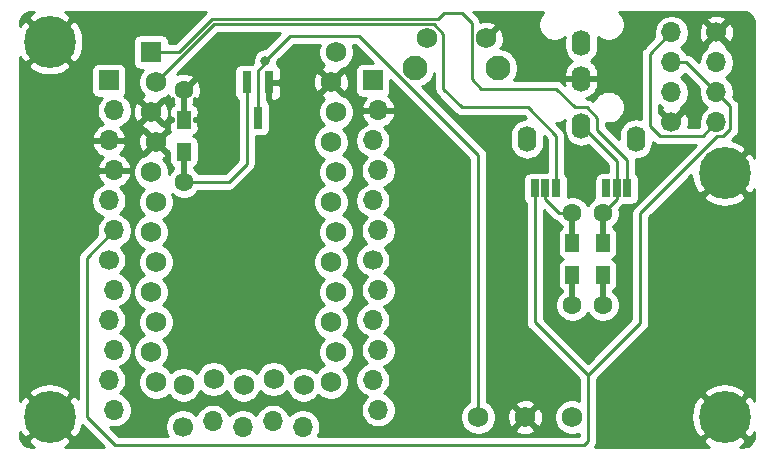
<source format=gbl>
G04 #@! TF.GenerationSoftware,KiCad,Pcbnew,(5.1.9)-1*
G04 #@! TF.CreationDate,2021-05-27T00:57:22-06:00*
G04 #@! TF.ProjectId,cga_proto_boards_top,6367615f-7072-46f7-946f-5f626f617264,rev?*
G04 #@! TF.SameCoordinates,Original*
G04 #@! TF.FileFunction,Copper,L2,Bot*
G04 #@! TF.FilePolarity,Positive*
%FSLAX46Y46*%
G04 Gerber Fmt 4.6, Leading zero omitted, Abs format (unit mm)*
G04 Created by KiCad (PCBNEW (5.1.9)-1) date 2021-05-27 00:57:22*
%MOMM*%
%LPD*%
G01*
G04 APERTURE LIST*
G04 #@! TA.AperFunction,ComponentPad*
%ADD10C,1.600000*%
G04 #@! TD*
G04 #@! TA.AperFunction,SMDPad,CuDef*
%ADD11R,0.500000X2.900000*%
G04 #@! TD*
G04 #@! TA.AperFunction,SMDPad,CuDef*
%ADD12R,1.200000X1.500000*%
G04 #@! TD*
G04 #@! TA.AperFunction,ComponentPad*
%ADD13C,2.100000*%
G04 #@! TD*
G04 #@! TA.AperFunction,ComponentPad*
%ADD14C,1.750000*%
G04 #@! TD*
G04 #@! TA.AperFunction,ComponentPad*
%ADD15O,1.600000X2.200000*%
G04 #@! TD*
G04 #@! TA.AperFunction,ComponentPad*
%ADD16C,0.700000*%
G04 #@! TD*
G04 #@! TA.AperFunction,ComponentPad*
%ADD17C,4.400000*%
G04 #@! TD*
G04 #@! TA.AperFunction,SMDPad,CuDef*
%ADD18R,0.700000X1.500000*%
G04 #@! TD*
G04 #@! TA.AperFunction,ComponentPad*
%ADD19C,0.400000*%
G04 #@! TD*
G04 #@! TA.AperFunction,ComponentPad*
%ADD20C,1.752600*%
G04 #@! TD*
G04 #@! TA.AperFunction,SMDPad,CuDef*
%ADD21R,0.800000X1.900000*%
G04 #@! TD*
G04 #@! TA.AperFunction,ComponentPad*
%ADD22R,1.752600X1.752600*%
G04 #@! TD*
G04 #@! TA.AperFunction,ComponentPad*
%ADD23O,1.700000X1.700000*%
G04 #@! TD*
G04 #@! TA.AperFunction,ComponentPad*
%ADD24C,1.700000*%
G04 #@! TD*
G04 #@! TA.AperFunction,ComponentPad*
%ADD25R,1.700000X1.700000*%
G04 #@! TD*
G04 #@! TA.AperFunction,ViaPad*
%ADD26C,0.800000*%
G04 #@! TD*
G04 #@! TA.AperFunction,Conductor*
%ADD27C,0.250000*%
G04 #@! TD*
G04 #@! TA.AperFunction,Conductor*
%ADD28C,0.254000*%
G04 #@! TD*
G04 #@! TA.AperFunction,Conductor*
%ADD29C,0.100000*%
G04 #@! TD*
G04 APERTURE END LIST*
D10*
G04 #@! TO.P,RT2,1*
G04 #@! TO.N,VCC*
X61722000Y-77052000D03*
G04 #@! TO.P,RT2,2*
G04 #@! TO.N,TRRS1*
X61722000Y-69252000D03*
D11*
G04 #@! TO.P,RT2,1*
G04 #@! TO.N,VCC*
X61722000Y-75652000D03*
D12*
X61722000Y-74502000D03*
G04 #@! TO.P,RT2,2*
G04 #@! TO.N,TRRS1*
X61722000Y-71802000D03*
D11*
X61722000Y-70652000D03*
G04 #@! TD*
D10*
G04 #@! TO.P,RT1,1*
G04 #@! TO.N,VCC*
X64293750Y-77052000D03*
G04 #@! TO.P,RT1,2*
G04 #@! TO.N,TRRS2*
X64293750Y-69252000D03*
D11*
G04 #@! TO.P,RT1,1*
G04 #@! TO.N,VCC*
X64293750Y-75652000D03*
D12*
X64293750Y-74502000D03*
G04 #@! TO.P,RT1,2*
G04 #@! TO.N,TRRS2*
X64293750Y-71802000D03*
D11*
X64293750Y-70652000D03*
G04 #@! TD*
D10*
G04 #@! TO.P,RQ1,1*
G04 #@! TO.N,LEDs*
X28829000Y-66606250D03*
G04 #@! TO.P,RQ1,2*
G04 #@! TO.N,GND*
X28829000Y-58806250D03*
D11*
G04 #@! TO.P,RQ1,1*
G04 #@! TO.N,LEDs*
X28829000Y-65206250D03*
D12*
X28829000Y-64056250D03*
G04 #@! TO.P,RQ1,2*
G04 #@! TO.N,GND*
X28829000Y-61356250D03*
D11*
X28829000Y-60206250D03*
G04 #@! TD*
D13*
G04 #@! TO.P,Reset,*
G04 #@! TO.N,*
X48403000Y-56973000D03*
D14*
G04 #@! TO.P,Reset,1*
G04 #@! TO.N,RESET*
X49403000Y-54483000D03*
G04 #@! TO.P,Reset,2*
G04 #@! TO.N,GND*
X54403000Y-54483000D03*
D13*
G04 #@! TO.P,Reset,*
G04 #@! TO.N,*
X55413000Y-56973000D03*
G04 #@! TD*
D15*
G04 #@! TO.P,T1,3*
G04 #@! TO.N,GND*
X62484000Y-57889000D03*
G04 #@! TO.P,T1,4*
G04 #@! TO.N,VCC*
X62484000Y-54889000D03*
G04 #@! TO.P,T1,2*
G04 #@! TO.N,TRRS2*
X62484000Y-61889000D03*
G04 #@! TO.P,T1,1*
G04 #@! TO.N,TRRS1*
X57884000Y-62989000D03*
X67084000Y-62989000D03*
G04 #@! TD*
D16*
G04 #@! TO.P,Screw4,1*
G04 #@! TO.N,GND*
X18629226Y-53602024D03*
X17462500Y-53118750D03*
X16295774Y-53602024D03*
X15812500Y-54768750D03*
X16295774Y-55935476D03*
X17462500Y-56418750D03*
X18629226Y-55935476D03*
X19112500Y-54768750D03*
D17*
X17462500Y-54768750D03*
G04 #@! TD*
G04 #@! TO.P,Screw1,1*
G04 #@! TO.N,GND*
X17462500Y-86518750D03*
D16*
X19112500Y-86518750D03*
X18629226Y-87685476D03*
X17462500Y-88168750D03*
X16295774Y-87685476D03*
X15812500Y-86518750D03*
X16295774Y-85352024D03*
X17462500Y-84868750D03*
X18629226Y-85352024D03*
G04 #@! TD*
G04 #@! TO.P,Screw2,1*
G04 #@! TO.N,GND*
X75779226Y-85352024D03*
X74612500Y-84868750D03*
X73445774Y-85352024D03*
X72962500Y-86518750D03*
X73445774Y-87685476D03*
X74612500Y-88168750D03*
X75779226Y-87685476D03*
X76262500Y-86518750D03*
D17*
X74612500Y-86518750D03*
G04 #@! TD*
G04 #@! TO.P,Screw3,1*
G04 #@! TO.N,GND*
X74612500Y-65881250D03*
D16*
X76262500Y-65881250D03*
X75779226Y-67047976D03*
X74612500Y-67531250D03*
X73445774Y-67047976D03*
X72962500Y-65881250D03*
X73445774Y-64714524D03*
X74612500Y-64231250D03*
X75779226Y-64714524D03*
G04 #@! TD*
D18*
G04 #@! TO.P,J2,3*
G04 #@! TO.N,TX*
X66374000Y-67183000D03*
G04 #@! TO.P,J2,2*
G04 #@! TO.N,TRRS2*
X65474000Y-67183000D03*
G04 #@! TO.P,J2,1*
G04 #@! TO.N,SDA*
X64574000Y-67183000D03*
D19*
G04 #@! TO.P,J2,3*
G04 #@! TO.N,TX*
X66374000Y-67183000D03*
G04 #@! TO.P,J2,2*
G04 #@! TO.N,TRRS2*
X65474000Y-67183000D03*
G04 #@! TO.P,J2,1*
G04 #@! TO.N,SDA*
X64574000Y-67183000D03*
G04 #@! TD*
D18*
G04 #@! TO.P,J1,3*
G04 #@! TO.N,RX*
X60336000Y-67183000D03*
G04 #@! TO.P,J1,2*
G04 #@! TO.N,TRRS1*
X59436000Y-67183000D03*
G04 #@! TO.P,J1,1*
G04 #@! TO.N,SCL*
X58536000Y-67183000D03*
D19*
G04 #@! TO.P,J1,3*
G04 #@! TO.N,RX*
X60336000Y-67183000D03*
G04 #@! TO.P,J1,2*
G04 #@! TO.N,TRRS1*
X59436000Y-67183000D03*
G04 #@! TO.P,J1,1*
G04 #@! TO.N,SCL*
X58536000Y-67183000D03*
G04 #@! TD*
D20*
G04 #@! TO.P,H3,1*
G04 #@! TO.N,VCC*
X61690250Y-86550500D03*
G04 #@! TD*
G04 #@! TO.P,H2,1*
G04 #@! TO.N,GND*
X57721500Y-86550500D03*
G04 #@! TD*
G04 #@! TO.P,H1,1*
G04 #@! TO.N,LEDsOut*
X53752750Y-86550500D03*
G04 #@! TD*
D21*
G04 #@! TO.P,Q1,3*
G04 #@! TO.N,LEDsOut*
X35083750Y-61190000D03*
G04 #@! TO.P,Q1,2*
G04 #@! TO.N,GND*
X36033750Y-58190000D03*
G04 #@! TO.P,Q1,1*
G04 #@! TO.N,LEDs*
X34133750Y-58190000D03*
G04 #@! TD*
D20*
G04 #@! TO.P,U1,25*
G04 #@! TO.N,LEDs*
X28797250Y-83794600D03*
G04 #@! TO.P,U1,26*
G04 #@! TO.N,encoder1a*
X31337250Y-83337400D03*
G04 #@! TO.P,U1,27*
G04 #@! TO.N,encoder1b*
X33877250Y-83794600D03*
G04 #@! TO.P,U1,28*
G04 #@! TO.N,encoder2a*
X36417250Y-83337400D03*
G04 #@! TO.P,U1,29*
G04 #@! TO.N,encoder2b*
X38957250Y-83794600D03*
G04 #@! TO.P,U1,24*
G04 #@! TO.N,Net-(U1-Pad24)*
X41725850Y-55626000D03*
G04 #@! TO.P,U1,12*
G04 #@! TO.N,RGB*
X26485850Y-83566000D03*
G04 #@! TO.P,U1,23*
G04 #@! TO.N,GND*
X41268650Y-58166000D03*
G04 #@! TO.P,U1,22*
G04 #@! TO.N,RESET*
X41725850Y-60706000D03*
G04 #@! TO.P,U1,21*
G04 #@! TO.N,VCC*
X41268650Y-63246000D03*
G04 #@! TO.P,U1,20*
G04 #@! TO.N,col0*
X41725850Y-65786000D03*
G04 #@! TO.P,U1,19*
G04 #@! TO.N,col1*
X41268650Y-68326000D03*
G04 #@! TO.P,U1,18*
G04 #@! TO.N,col2*
X41725850Y-70866000D03*
G04 #@! TO.P,U1,17*
G04 #@! TO.N,col3*
X41268650Y-73406000D03*
G04 #@! TO.P,U1,16*
G04 #@! TO.N,col4*
X41725850Y-75946000D03*
G04 #@! TO.P,U1,15*
G04 #@! TO.N,col5*
X41268650Y-78486000D03*
G04 #@! TO.P,U1,14*
G04 #@! TO.N,col6*
X41725850Y-81026000D03*
G04 #@! TO.P,U1,13*
G04 #@! TO.N,col7*
X41268650Y-83566000D03*
G04 #@! TO.P,U1,11*
G04 #@! TO.N,row4*
X26028650Y-81026000D03*
G04 #@! TO.P,U1,10*
G04 #@! TO.N,row3*
X26485850Y-78486000D03*
G04 #@! TO.P,U1,9*
G04 #@! TO.N,row2*
X26028650Y-75946000D03*
G04 #@! TO.P,U1,8*
G04 #@! TO.N,row1*
X26485850Y-73406000D03*
G04 #@! TO.P,U1,7*
G04 #@! TO.N,row0*
X26028650Y-70866000D03*
G04 #@! TO.P,U1,6*
G04 #@! TO.N,SCL*
X26485850Y-68326000D03*
G04 #@! TO.P,U1,5*
G04 #@! TO.N,SDA*
X26028650Y-65786000D03*
G04 #@! TO.P,U1,4*
G04 #@! TO.N,GND*
X26485850Y-63246000D03*
G04 #@! TO.P,U1,3*
X26028650Y-60706000D03*
G04 #@! TO.P,U1,2*
G04 #@! TO.N,RX*
X26485850Y-58166000D03*
D22*
G04 #@! TO.P,U1,1*
G04 #@! TO.N,TX*
X26028650Y-55626000D03*
G04 #@! TD*
D23*
G04 #@! TO.P,O2,4*
G04 #@! TO.N,SDA*
X73914000Y-61595000D03*
G04 #@! TO.P,O2,3*
G04 #@! TO.N,SCL*
X73914000Y-59055000D03*
G04 #@! TO.P,O2,2*
G04 #@! TO.N,VCC*
X73914000Y-56515000D03*
D24*
G04 #@! TO.P,O2,1*
G04 #@! TO.N,GND*
X73914000Y-53975000D03*
G04 #@! TD*
D23*
G04 #@! TO.P,O1,4*
G04 #@! TO.N,SDA*
X70104000Y-53975000D03*
G04 #@! TO.P,O1,3*
G04 #@! TO.N,SCL*
X70104000Y-56515000D03*
G04 #@! TO.P,O1,2*
G04 #@! TO.N,VCC*
X70104000Y-59055000D03*
D24*
G04 #@! TO.P,O1,1*
G04 #@! TO.N,GND*
X70104000Y-61595000D03*
G04 #@! TD*
D23*
G04 #@! TO.P,Cs2,9*
G04 #@! TO.N,col4*
X44824650Y-78309000D03*
G04 #@! TO.P,Cs2,12*
G04 #@! TO.N,col7*
X45281850Y-85929000D03*
D24*
G04 #@! TO.P,Cs2,7*
G04 #@! TO.N,col2*
X44824650Y-73229000D03*
D23*
G04 #@! TO.P,Cs2,11*
G04 #@! TO.N,col6*
X44824650Y-83389000D03*
G04 #@! TO.P,Cs2,8*
G04 #@! TO.N,col3*
X45281850Y-75769000D03*
G04 #@! TO.P,Cs2,10*
G04 #@! TO.N,col5*
X45281850Y-80849000D03*
G04 #@! TO.P,Cs2,6*
G04 #@! TO.N,col1*
X45281850Y-70739000D03*
G04 #@! TO.P,Cs2,5*
G04 #@! TO.N,col0*
X44824650Y-68199000D03*
G04 #@! TO.P,Cs2,4*
G04 #@! TO.N,VCC*
X45281850Y-65659000D03*
G04 #@! TO.P,Cs2,3*
G04 #@! TO.N,RESET*
X44824650Y-63119000D03*
G04 #@! TO.P,Cs2,2*
G04 #@! TO.N,GND*
X45281850Y-60579000D03*
D25*
G04 #@! TO.P,Cs2,1*
G04 #@! TO.N,Net-(Cs2-Pad1)*
X44824650Y-58039000D03*
G04 #@! TD*
D23*
G04 #@! TO.P,Cs1,9*
G04 #@! TO.N,row2*
X22472650Y-78309000D03*
G04 #@! TO.P,Cs1,12*
G04 #@! TO.N,RGB*
X22929850Y-85929000D03*
D24*
G04 #@! TO.P,Cs1,7*
G04 #@! TO.N,row0*
X22472650Y-73229000D03*
D23*
G04 #@! TO.P,Cs1,11*
G04 #@! TO.N,row4*
X22472650Y-83389000D03*
G04 #@! TO.P,Cs1,8*
G04 #@! TO.N,row1*
X22929850Y-75769000D03*
G04 #@! TO.P,Cs1,10*
G04 #@! TO.N,row3*
X22929850Y-80849000D03*
G04 #@! TO.P,Cs1,6*
G04 #@! TO.N,SCL*
X22929850Y-70739000D03*
G04 #@! TO.P,Cs1,5*
G04 #@! TO.N,SDA*
X22472650Y-68199000D03*
G04 #@! TO.P,Cs1,4*
G04 #@! TO.N,GND*
X22929850Y-65659000D03*
G04 #@! TO.P,Cs1,3*
X22472650Y-63119000D03*
G04 #@! TO.P,Cs1,2*
G04 #@! TO.N,RX*
X22929850Y-60579000D03*
D25*
G04 #@! TO.P,Cs1,1*
G04 #@! TO.N,TX*
X22472650Y-58039000D03*
G04 #@! TD*
D23*
G04 #@! TO.P,Cb1,5*
G04 #@! TO.N,encoder2b*
X38893750Y-87350600D03*
G04 #@! TO.P,Cb1,4*
G04 #@! TO.N,encoder2a*
X36353750Y-86893400D03*
G04 #@! TO.P,Cb1,3*
G04 #@! TO.N,encoder1b*
X33813750Y-87350600D03*
G04 #@! TO.P,Cb1,2*
G04 #@! TO.N,encoder1a*
X31273750Y-86893400D03*
D24*
G04 #@! TO.P,Cb1,1*
G04 #@! TO.N,LEDs*
X28733750Y-87350600D03*
G04 #@! TD*
D26*
G04 #@! TO.N,GND*
X31750000Y-62706250D03*
X63500000Y-79375000D03*
X69056250Y-65087500D03*
X62706250Y-65087500D03*
G04 #@! TO.N,LEDsOut*
X35718750Y-56356250D03*
G04 #@! TD*
D27*
G04 #@! TO.N,LEDs*
X34133750Y-58190000D02*
X34133750Y-65085000D01*
X32612500Y-66606250D02*
X28829000Y-66606250D01*
X34133750Y-65085000D02*
X32612500Y-66606250D01*
G04 #@! TO.N,SCL*
X22929850Y-70739000D02*
X20637500Y-73031350D01*
X20637500Y-73031350D02*
X20637500Y-85375652D01*
X20637500Y-85375652D02*
X20637500Y-86518750D01*
X20637500Y-86518750D02*
X23018750Y-88900000D01*
X63034891Y-88571359D02*
X62706250Y-88900000D01*
X23018750Y-88900000D02*
X62706250Y-88900000D01*
X71374000Y-56515000D02*
X73914000Y-59055000D01*
X70104000Y-56515000D02*
X71374000Y-56515000D01*
X58536000Y-78516218D02*
X63034891Y-83015109D01*
X58536000Y-67183000D02*
X58536000Y-78516218D01*
X63034891Y-83015109D02*
X63034891Y-88571359D01*
X63034891Y-83015109D02*
X67468750Y-78581250D01*
X75089001Y-60230001D02*
X73914000Y-59055000D01*
X75089001Y-62159001D02*
X75089001Y-60230001D01*
X74478001Y-62770001D02*
X75089001Y-62159001D01*
X73986747Y-62770001D02*
X74478001Y-62770001D01*
X67468750Y-69287998D02*
X73986747Y-62770001D01*
X67468750Y-78581250D02*
X67468750Y-69287998D01*
G04 #@! TO.N,SDA*
X70104000Y-53975000D02*
X68262500Y-55816500D01*
X68262500Y-55816500D02*
X68262500Y-61912500D01*
X68262500Y-61912500D02*
X69120001Y-62770001D01*
X72738999Y-62770001D02*
X73914000Y-61595000D01*
X69120001Y-62770001D02*
X72738999Y-62770001D01*
G04 #@! TO.N,TRRS2*
X65505750Y-64865000D02*
X62529750Y-61889000D01*
X65505750Y-67183000D02*
X65505750Y-64865000D01*
X65505750Y-68040000D02*
X65505750Y-67183000D01*
X64293750Y-69252000D02*
X65505750Y-68040000D01*
G04 #@! TO.N,TRRS1*
X59409750Y-68071120D02*
X59409750Y-67183000D01*
X60590630Y-69252000D02*
X59409750Y-68071120D01*
X61722000Y-69252000D02*
X60590630Y-69252000D01*
G04 #@! TO.N,LEDsOut*
X35718750Y-56569998D02*
X35718750Y-56356250D01*
X35083750Y-57204998D02*
X35718750Y-56569998D01*
X35083750Y-61190000D02*
X35083750Y-57204998D01*
X53752750Y-64357752D02*
X53752750Y-86550500D01*
X43656250Y-54261252D02*
X53752750Y-64357752D01*
X37813748Y-54261252D02*
X43656250Y-54261252D01*
X35718750Y-56356250D02*
X37813748Y-54261252D01*
G04 #@! TO.N,RX*
X31368851Y-53282999D02*
X26485850Y-58166000D01*
X50800000Y-58737500D02*
X50800000Y-54103998D01*
X50800000Y-54103998D02*
X49979001Y-53282999D01*
X52387500Y-60325000D02*
X50800000Y-58737500D01*
X49979001Y-53282999D02*
X31368851Y-53282999D01*
X57943750Y-60325000D02*
X52387500Y-60325000D01*
X60325000Y-62706250D02*
X57943750Y-60325000D01*
X60325000Y-66172000D02*
X60325000Y-62706250D01*
X60336000Y-66183000D02*
X60325000Y-66172000D01*
X60336000Y-67183000D02*
X60336000Y-66183000D01*
G04 #@! TO.N,TX*
X28389440Y-55626000D02*
X26028650Y-55626000D01*
X31182451Y-52832989D02*
X28389440Y-55626000D01*
X50354511Y-52832989D02*
X31182451Y-52832989D01*
X66374000Y-67183000D02*
X66374000Y-64786500D01*
X53975000Y-58737500D02*
X53181250Y-57943750D01*
X66374000Y-64786500D02*
X63835999Y-62248499D01*
X61912500Y-60325000D02*
X60325000Y-58737500D01*
X63835999Y-62248499D02*
X63835999Y-61222995D01*
X63835999Y-61222995D02*
X62938004Y-60325000D01*
X62938004Y-60325000D02*
X61912500Y-60325000D01*
X60325000Y-58737500D02*
X53975000Y-58737500D01*
X53181250Y-57943750D02*
X53181250Y-53182248D01*
X53181250Y-53182248D02*
X52347999Y-52348997D01*
X52347999Y-52348997D02*
X52347999Y-52347999D01*
X52347999Y-52347999D02*
X50839501Y-52347999D01*
X50839501Y-52347999D02*
X50354511Y-52832989D01*
G04 #@! TD*
D28*
G04 #@! TO.N,GND*
X59108201Y-52406114D02*
X58956629Y-52632957D01*
X58852225Y-52885011D01*
X58799000Y-53152589D01*
X58799000Y-53425411D01*
X58852225Y-53692989D01*
X58956629Y-53945043D01*
X59108201Y-54171886D01*
X59301114Y-54364799D01*
X59527957Y-54516371D01*
X59780011Y-54620775D01*
X60047589Y-54674000D01*
X60320411Y-54674000D01*
X60587989Y-54620775D01*
X60840043Y-54516371D01*
X61063946Y-54366764D01*
X61049000Y-54518509D01*
X61049000Y-55259492D01*
X61069764Y-55470309D01*
X61151818Y-55740808D01*
X61285068Y-55990101D01*
X61464393Y-56208608D01*
X61682900Y-56387932D01*
X61692814Y-56393231D01*
X61559105Y-56484500D01*
X61361399Y-56686161D01*
X61206834Y-56922517D01*
X61101350Y-57184486D01*
X61049000Y-57462000D01*
X61049000Y-57762000D01*
X62357000Y-57762000D01*
X62357000Y-57742000D01*
X62611000Y-57742000D01*
X62611000Y-57762000D01*
X63919000Y-57762000D01*
X63919000Y-57462000D01*
X63866650Y-57184486D01*
X63761166Y-56922517D01*
X63606601Y-56686161D01*
X63408895Y-56484500D01*
X63275187Y-56393231D01*
X63285101Y-56387932D01*
X63503608Y-56208608D01*
X63682932Y-55990101D01*
X63816182Y-55740808D01*
X63898236Y-55470308D01*
X63919000Y-55259491D01*
X63919000Y-54518508D01*
X63904054Y-54366764D01*
X64127957Y-54516371D01*
X64380011Y-54620775D01*
X64647589Y-54674000D01*
X64920411Y-54674000D01*
X65187989Y-54620775D01*
X65440043Y-54516371D01*
X65666886Y-54364799D01*
X65859799Y-54171886D01*
X66011371Y-53945043D01*
X66115775Y-53692989D01*
X66169000Y-53425411D01*
X66169000Y-53152589D01*
X66115775Y-52885011D01*
X66011371Y-52632957D01*
X65859799Y-52406114D01*
X65707435Y-52253750D01*
X76167721Y-52253750D01*
X76379538Y-52274519D01*
X76552237Y-52326660D01*
X76711518Y-52411352D01*
X76851319Y-52525369D01*
X76966308Y-52664367D01*
X77052110Y-52823055D01*
X77105455Y-52995385D01*
X77127500Y-53205130D01*
X77127500Y-64569372D01*
X76989518Y-64311226D01*
X76602275Y-64071080D01*
X74792105Y-65881250D01*
X76602275Y-67691420D01*
X76989518Y-67451274D01*
X77127500Y-67189787D01*
X77127501Y-85206873D01*
X76989518Y-84948726D01*
X76602275Y-84708580D01*
X74792105Y-86518750D01*
X76602275Y-88328920D01*
X76989518Y-88088774D01*
X77127501Y-87827285D01*
X77127501Y-88073960D01*
X77106731Y-88285788D01*
X77054591Y-88458486D01*
X76969899Y-88617768D01*
X76855878Y-88757571D01*
X76716885Y-88872556D01*
X76558195Y-88958360D01*
X76385865Y-89011705D01*
X76176119Y-89033750D01*
X75924379Y-89033750D01*
X76182524Y-88895768D01*
X76422670Y-88508525D01*
X74612500Y-86698355D01*
X72802330Y-88508525D01*
X73042476Y-88895768D01*
X73303963Y-89033750D01*
X63638585Y-89033750D01*
X63669865Y-88995635D01*
X63740437Y-88863606D01*
X63783894Y-88720345D01*
X63794891Y-88608692D01*
X63798568Y-88571359D01*
X63794891Y-88534026D01*
X63794891Y-86533924D01*
X71763822Y-86533924D01*
X71821519Y-87089382D01*
X71986472Y-87622911D01*
X72235482Y-88088774D01*
X72622725Y-88328920D01*
X74432895Y-86518750D01*
X72622725Y-84708580D01*
X72235482Y-84948726D01*
X71974859Y-85442627D01*
X71815599Y-85977883D01*
X71763822Y-86533924D01*
X63794891Y-86533924D01*
X63794891Y-84528975D01*
X72802330Y-84528975D01*
X74612500Y-86339145D01*
X76422670Y-84528975D01*
X76182524Y-84141732D01*
X75688623Y-83881109D01*
X75153367Y-83721849D01*
X74597326Y-83670072D01*
X74041868Y-83727769D01*
X73508339Y-83892722D01*
X73042476Y-84141732D01*
X72802330Y-84528975D01*
X63794891Y-84528975D01*
X63794891Y-83329910D01*
X67979754Y-79145048D01*
X68008751Y-79121251D01*
X68103724Y-79005526D01*
X68174296Y-78873497D01*
X68217753Y-78730236D01*
X68228750Y-78618583D01*
X68228750Y-78618582D01*
X68232427Y-78581250D01*
X68228750Y-78543917D01*
X68228750Y-69602799D01*
X69960524Y-67871025D01*
X72802330Y-67871025D01*
X73042476Y-68258268D01*
X73536377Y-68518891D01*
X74071633Y-68678151D01*
X74627674Y-68729928D01*
X75183132Y-68672231D01*
X75716661Y-68507278D01*
X76182524Y-68258268D01*
X76422670Y-67871025D01*
X74612500Y-66060855D01*
X72802330Y-67871025D01*
X69960524Y-67871025D01*
X71779941Y-66051608D01*
X71821519Y-66451882D01*
X71986472Y-66985411D01*
X72235482Y-67451274D01*
X72622725Y-67691420D01*
X74432895Y-65881250D01*
X74418753Y-65867108D01*
X74598358Y-65687503D01*
X74612500Y-65701645D01*
X76422670Y-63891475D01*
X76182524Y-63504232D01*
X75688623Y-63243609D01*
X75218943Y-63103861D01*
X75600010Y-62722795D01*
X75629002Y-62699002D01*
X75652796Y-62670009D01*
X75652800Y-62670005D01*
X75723974Y-62583278D01*
X75723975Y-62583277D01*
X75794547Y-62451248D01*
X75838004Y-62307987D01*
X75849001Y-62196334D01*
X75849001Y-62196325D01*
X75852677Y-62159002D01*
X75849001Y-62121679D01*
X75849001Y-60267323D01*
X75852677Y-60230000D01*
X75849001Y-60192677D01*
X75849001Y-60192668D01*
X75838004Y-60081015D01*
X75794547Y-59937754D01*
X75723975Y-59805725D01*
X75629002Y-59690000D01*
X75600004Y-59666202D01*
X75355210Y-59421408D01*
X75399000Y-59201260D01*
X75399000Y-58908740D01*
X75341932Y-58621842D01*
X75229990Y-58351589D01*
X75067475Y-58108368D01*
X74860632Y-57901525D01*
X74686240Y-57785000D01*
X74860632Y-57668475D01*
X75067475Y-57461632D01*
X75229990Y-57218411D01*
X75341932Y-56948158D01*
X75399000Y-56661260D01*
X75399000Y-56368740D01*
X75341932Y-56081842D01*
X75229990Y-55811589D01*
X75067475Y-55568368D01*
X74860632Y-55361525D01*
X74687271Y-55245689D01*
X74762792Y-55003397D01*
X73914000Y-54154605D01*
X73065208Y-55003397D01*
X73140729Y-55245689D01*
X72967368Y-55361525D01*
X72760525Y-55568368D01*
X72598010Y-55811589D01*
X72486068Y-56081842D01*
X72429000Y-56368740D01*
X72429000Y-56495199D01*
X71937804Y-56004003D01*
X71914001Y-55974999D01*
X71798276Y-55880026D01*
X71666247Y-55809454D01*
X71522986Y-55765997D01*
X71411333Y-55755000D01*
X71411322Y-55755000D01*
X71380125Y-55751927D01*
X71257475Y-55568368D01*
X71050632Y-55361525D01*
X70876240Y-55245000D01*
X71050632Y-55128475D01*
X71257475Y-54921632D01*
X71419990Y-54678411D01*
X71531932Y-54408158D01*
X71589000Y-54121260D01*
X71589000Y-54043531D01*
X72423389Y-54043531D01*
X72465401Y-54333019D01*
X72563081Y-54608747D01*
X72636528Y-54746157D01*
X72885603Y-54823792D01*
X73734395Y-53975000D01*
X74093605Y-53975000D01*
X74942397Y-54823792D01*
X75191472Y-54746157D01*
X75317371Y-54482117D01*
X75389339Y-54198589D01*
X75404611Y-53906469D01*
X75362599Y-53616981D01*
X75264919Y-53341253D01*
X75191472Y-53203843D01*
X74942397Y-53126208D01*
X74093605Y-53975000D01*
X73734395Y-53975000D01*
X72885603Y-53126208D01*
X72636528Y-53203843D01*
X72510629Y-53467883D01*
X72438661Y-53751411D01*
X72423389Y-54043531D01*
X71589000Y-54043531D01*
X71589000Y-53828740D01*
X71531932Y-53541842D01*
X71419990Y-53271589D01*
X71257475Y-53028368D01*
X71175710Y-52946603D01*
X73065208Y-52946603D01*
X73914000Y-53795395D01*
X74762792Y-52946603D01*
X74685157Y-52697528D01*
X74421117Y-52571629D01*
X74137589Y-52499661D01*
X73845469Y-52484389D01*
X73555981Y-52526401D01*
X73280253Y-52624081D01*
X73142843Y-52697528D01*
X73065208Y-52946603D01*
X71175710Y-52946603D01*
X71050632Y-52821525D01*
X70807411Y-52659010D01*
X70537158Y-52547068D01*
X70250260Y-52490000D01*
X69957740Y-52490000D01*
X69670842Y-52547068D01*
X69400589Y-52659010D01*
X69157368Y-52821525D01*
X68950525Y-53028368D01*
X68788010Y-53271589D01*
X68676068Y-53541842D01*
X68619000Y-53828740D01*
X68619000Y-54121260D01*
X68662790Y-54341408D01*
X67751503Y-55252696D01*
X67722499Y-55276499D01*
X67670893Y-55339382D01*
X67627526Y-55392224D01*
X67582204Y-55477015D01*
X67556954Y-55524254D01*
X67513497Y-55667515D01*
X67502500Y-55779168D01*
X67502500Y-55779178D01*
X67498824Y-55816500D01*
X67502500Y-55853823D01*
X67502501Y-61316381D01*
X67365308Y-61274764D01*
X67084000Y-61247057D01*
X66802691Y-61274764D01*
X66532192Y-61356818D01*
X66282899Y-61490068D01*
X66064392Y-61669393D01*
X65885068Y-61887900D01*
X65751818Y-62137193D01*
X65669764Y-62407692D01*
X65649000Y-62618509D01*
X65649000Y-62986698D01*
X64595999Y-61933698D01*
X64595999Y-61663738D01*
X64647589Y-61674000D01*
X64920411Y-61674000D01*
X65187989Y-61620775D01*
X65440043Y-61516371D01*
X65666886Y-61364799D01*
X65859799Y-61171886D01*
X66011371Y-60945043D01*
X66115775Y-60692989D01*
X66169000Y-60425411D01*
X66169000Y-60152589D01*
X66115775Y-59885011D01*
X66011371Y-59632957D01*
X65859799Y-59406114D01*
X65666886Y-59213201D01*
X65440043Y-59061629D01*
X65187989Y-58957225D01*
X64920411Y-58904000D01*
X64647589Y-58904000D01*
X64380011Y-58957225D01*
X64127957Y-59061629D01*
X63901114Y-59213201D01*
X63708201Y-59406114D01*
X63556629Y-59632957D01*
X63488403Y-59797669D01*
X63478005Y-59784999D01*
X63362280Y-59690026D01*
X63230251Y-59619454D01*
X63086990Y-59575997D01*
X62975337Y-59565000D01*
X62975326Y-59565000D01*
X62938004Y-59561324D01*
X62914564Y-59563633D01*
X62915818Y-59563367D01*
X63175646Y-59452715D01*
X63408895Y-59293500D01*
X63606601Y-59091839D01*
X63761166Y-58855483D01*
X63866650Y-58593514D01*
X63919000Y-58316000D01*
X63919000Y-58016000D01*
X62611000Y-58016000D01*
X62611000Y-58036000D01*
X62357000Y-58036000D01*
X62357000Y-58016000D01*
X61049000Y-58016000D01*
X61049000Y-58316000D01*
X61065437Y-58403136D01*
X60888804Y-58226503D01*
X60865001Y-58197499D01*
X60749276Y-58102526D01*
X60617247Y-58031954D01*
X60473986Y-57988497D01*
X60362333Y-57977500D01*
X60362322Y-57977500D01*
X60325000Y-57973824D01*
X60287678Y-57977500D01*
X56768347Y-57977500D01*
X56906228Y-57771147D01*
X57033246Y-57464496D01*
X57098000Y-57138958D01*
X57098000Y-56807042D01*
X57033246Y-56481504D01*
X56906228Y-56174853D01*
X56721825Y-55898875D01*
X56487125Y-55664175D01*
X56211147Y-55479772D01*
X55904496Y-55352754D01*
X55617562Y-55295679D01*
X55700868Y-55268975D01*
X55829267Y-55000671D01*
X55902855Y-54712474D01*
X55918804Y-54415457D01*
X55876501Y-54121037D01*
X55777572Y-53840526D01*
X55700868Y-53697025D01*
X55449240Y-53616365D01*
X54582605Y-54483000D01*
X54596748Y-54497143D01*
X54417143Y-54676748D01*
X54403000Y-54662605D01*
X54388858Y-54676748D01*
X54209253Y-54497143D01*
X54223395Y-54483000D01*
X54209253Y-54468858D01*
X54388858Y-54289253D01*
X54403000Y-54303395D01*
X55269635Y-53436760D01*
X55188975Y-53185132D01*
X54920671Y-53056733D01*
X54632474Y-52983145D01*
X54335457Y-52967196D01*
X54041037Y-53009499D01*
X53931710Y-53048056D01*
X53930253Y-53033262D01*
X53886796Y-52890001D01*
X53816224Y-52757972D01*
X53721251Y-52642247D01*
X53692252Y-52618449D01*
X53327554Y-52253750D01*
X59260565Y-52253750D01*
X59108201Y-52406114D01*
G04 #@! TA.AperFunction,Conductor*
D29*
G36*
X59108201Y-52406114D02*
G01*
X58956629Y-52632957D01*
X58852225Y-52885011D01*
X58799000Y-53152589D01*
X58799000Y-53425411D01*
X58852225Y-53692989D01*
X58956629Y-53945043D01*
X59108201Y-54171886D01*
X59301114Y-54364799D01*
X59527957Y-54516371D01*
X59780011Y-54620775D01*
X60047589Y-54674000D01*
X60320411Y-54674000D01*
X60587989Y-54620775D01*
X60840043Y-54516371D01*
X61063946Y-54366764D01*
X61049000Y-54518509D01*
X61049000Y-55259492D01*
X61069764Y-55470309D01*
X61151818Y-55740808D01*
X61285068Y-55990101D01*
X61464393Y-56208608D01*
X61682900Y-56387932D01*
X61692814Y-56393231D01*
X61559105Y-56484500D01*
X61361399Y-56686161D01*
X61206834Y-56922517D01*
X61101350Y-57184486D01*
X61049000Y-57462000D01*
X61049000Y-57762000D01*
X62357000Y-57762000D01*
X62357000Y-57742000D01*
X62611000Y-57742000D01*
X62611000Y-57762000D01*
X63919000Y-57762000D01*
X63919000Y-57462000D01*
X63866650Y-57184486D01*
X63761166Y-56922517D01*
X63606601Y-56686161D01*
X63408895Y-56484500D01*
X63275187Y-56393231D01*
X63285101Y-56387932D01*
X63503608Y-56208608D01*
X63682932Y-55990101D01*
X63816182Y-55740808D01*
X63898236Y-55470308D01*
X63919000Y-55259491D01*
X63919000Y-54518508D01*
X63904054Y-54366764D01*
X64127957Y-54516371D01*
X64380011Y-54620775D01*
X64647589Y-54674000D01*
X64920411Y-54674000D01*
X65187989Y-54620775D01*
X65440043Y-54516371D01*
X65666886Y-54364799D01*
X65859799Y-54171886D01*
X66011371Y-53945043D01*
X66115775Y-53692989D01*
X66169000Y-53425411D01*
X66169000Y-53152589D01*
X66115775Y-52885011D01*
X66011371Y-52632957D01*
X65859799Y-52406114D01*
X65707435Y-52253750D01*
X76167721Y-52253750D01*
X76379538Y-52274519D01*
X76552237Y-52326660D01*
X76711518Y-52411352D01*
X76851319Y-52525369D01*
X76966308Y-52664367D01*
X77052110Y-52823055D01*
X77105455Y-52995385D01*
X77127500Y-53205130D01*
X77127500Y-64569372D01*
X76989518Y-64311226D01*
X76602275Y-64071080D01*
X74792105Y-65881250D01*
X76602275Y-67691420D01*
X76989518Y-67451274D01*
X77127500Y-67189787D01*
X77127501Y-85206873D01*
X76989518Y-84948726D01*
X76602275Y-84708580D01*
X74792105Y-86518750D01*
X76602275Y-88328920D01*
X76989518Y-88088774D01*
X77127501Y-87827285D01*
X77127501Y-88073960D01*
X77106731Y-88285788D01*
X77054591Y-88458486D01*
X76969899Y-88617768D01*
X76855878Y-88757571D01*
X76716885Y-88872556D01*
X76558195Y-88958360D01*
X76385865Y-89011705D01*
X76176119Y-89033750D01*
X75924379Y-89033750D01*
X76182524Y-88895768D01*
X76422670Y-88508525D01*
X74612500Y-86698355D01*
X72802330Y-88508525D01*
X73042476Y-88895768D01*
X73303963Y-89033750D01*
X63638585Y-89033750D01*
X63669865Y-88995635D01*
X63740437Y-88863606D01*
X63783894Y-88720345D01*
X63794891Y-88608692D01*
X63798568Y-88571359D01*
X63794891Y-88534026D01*
X63794891Y-86533924D01*
X71763822Y-86533924D01*
X71821519Y-87089382D01*
X71986472Y-87622911D01*
X72235482Y-88088774D01*
X72622725Y-88328920D01*
X74432895Y-86518750D01*
X72622725Y-84708580D01*
X72235482Y-84948726D01*
X71974859Y-85442627D01*
X71815599Y-85977883D01*
X71763822Y-86533924D01*
X63794891Y-86533924D01*
X63794891Y-84528975D01*
X72802330Y-84528975D01*
X74612500Y-86339145D01*
X76422670Y-84528975D01*
X76182524Y-84141732D01*
X75688623Y-83881109D01*
X75153367Y-83721849D01*
X74597326Y-83670072D01*
X74041868Y-83727769D01*
X73508339Y-83892722D01*
X73042476Y-84141732D01*
X72802330Y-84528975D01*
X63794891Y-84528975D01*
X63794891Y-83329910D01*
X67979754Y-79145048D01*
X68008751Y-79121251D01*
X68103724Y-79005526D01*
X68174296Y-78873497D01*
X68217753Y-78730236D01*
X68228750Y-78618583D01*
X68228750Y-78618582D01*
X68232427Y-78581250D01*
X68228750Y-78543917D01*
X68228750Y-69602799D01*
X69960524Y-67871025D01*
X72802330Y-67871025D01*
X73042476Y-68258268D01*
X73536377Y-68518891D01*
X74071633Y-68678151D01*
X74627674Y-68729928D01*
X75183132Y-68672231D01*
X75716661Y-68507278D01*
X76182524Y-68258268D01*
X76422670Y-67871025D01*
X74612500Y-66060855D01*
X72802330Y-67871025D01*
X69960524Y-67871025D01*
X71779941Y-66051608D01*
X71821519Y-66451882D01*
X71986472Y-66985411D01*
X72235482Y-67451274D01*
X72622725Y-67691420D01*
X74432895Y-65881250D01*
X74418753Y-65867108D01*
X74598358Y-65687503D01*
X74612500Y-65701645D01*
X76422670Y-63891475D01*
X76182524Y-63504232D01*
X75688623Y-63243609D01*
X75218943Y-63103861D01*
X75600010Y-62722795D01*
X75629002Y-62699002D01*
X75652796Y-62670009D01*
X75652800Y-62670005D01*
X75723974Y-62583278D01*
X75723975Y-62583277D01*
X75794547Y-62451248D01*
X75838004Y-62307987D01*
X75849001Y-62196334D01*
X75849001Y-62196325D01*
X75852677Y-62159002D01*
X75849001Y-62121679D01*
X75849001Y-60267323D01*
X75852677Y-60230000D01*
X75849001Y-60192677D01*
X75849001Y-60192668D01*
X75838004Y-60081015D01*
X75794547Y-59937754D01*
X75723975Y-59805725D01*
X75629002Y-59690000D01*
X75600004Y-59666202D01*
X75355210Y-59421408D01*
X75399000Y-59201260D01*
X75399000Y-58908740D01*
X75341932Y-58621842D01*
X75229990Y-58351589D01*
X75067475Y-58108368D01*
X74860632Y-57901525D01*
X74686240Y-57785000D01*
X74860632Y-57668475D01*
X75067475Y-57461632D01*
X75229990Y-57218411D01*
X75341932Y-56948158D01*
X75399000Y-56661260D01*
X75399000Y-56368740D01*
X75341932Y-56081842D01*
X75229990Y-55811589D01*
X75067475Y-55568368D01*
X74860632Y-55361525D01*
X74687271Y-55245689D01*
X74762792Y-55003397D01*
X73914000Y-54154605D01*
X73065208Y-55003397D01*
X73140729Y-55245689D01*
X72967368Y-55361525D01*
X72760525Y-55568368D01*
X72598010Y-55811589D01*
X72486068Y-56081842D01*
X72429000Y-56368740D01*
X72429000Y-56495199D01*
X71937804Y-56004003D01*
X71914001Y-55974999D01*
X71798276Y-55880026D01*
X71666247Y-55809454D01*
X71522986Y-55765997D01*
X71411333Y-55755000D01*
X71411322Y-55755000D01*
X71380125Y-55751927D01*
X71257475Y-55568368D01*
X71050632Y-55361525D01*
X70876240Y-55245000D01*
X71050632Y-55128475D01*
X71257475Y-54921632D01*
X71419990Y-54678411D01*
X71531932Y-54408158D01*
X71589000Y-54121260D01*
X71589000Y-54043531D01*
X72423389Y-54043531D01*
X72465401Y-54333019D01*
X72563081Y-54608747D01*
X72636528Y-54746157D01*
X72885603Y-54823792D01*
X73734395Y-53975000D01*
X74093605Y-53975000D01*
X74942397Y-54823792D01*
X75191472Y-54746157D01*
X75317371Y-54482117D01*
X75389339Y-54198589D01*
X75404611Y-53906469D01*
X75362599Y-53616981D01*
X75264919Y-53341253D01*
X75191472Y-53203843D01*
X74942397Y-53126208D01*
X74093605Y-53975000D01*
X73734395Y-53975000D01*
X72885603Y-53126208D01*
X72636528Y-53203843D01*
X72510629Y-53467883D01*
X72438661Y-53751411D01*
X72423389Y-54043531D01*
X71589000Y-54043531D01*
X71589000Y-53828740D01*
X71531932Y-53541842D01*
X71419990Y-53271589D01*
X71257475Y-53028368D01*
X71175710Y-52946603D01*
X73065208Y-52946603D01*
X73914000Y-53795395D01*
X74762792Y-52946603D01*
X74685157Y-52697528D01*
X74421117Y-52571629D01*
X74137589Y-52499661D01*
X73845469Y-52484389D01*
X73555981Y-52526401D01*
X73280253Y-52624081D01*
X73142843Y-52697528D01*
X73065208Y-52946603D01*
X71175710Y-52946603D01*
X71050632Y-52821525D01*
X70807411Y-52659010D01*
X70537158Y-52547068D01*
X70250260Y-52490000D01*
X69957740Y-52490000D01*
X69670842Y-52547068D01*
X69400589Y-52659010D01*
X69157368Y-52821525D01*
X68950525Y-53028368D01*
X68788010Y-53271589D01*
X68676068Y-53541842D01*
X68619000Y-53828740D01*
X68619000Y-54121260D01*
X68662790Y-54341408D01*
X67751503Y-55252696D01*
X67722499Y-55276499D01*
X67670893Y-55339382D01*
X67627526Y-55392224D01*
X67582204Y-55477015D01*
X67556954Y-55524254D01*
X67513497Y-55667515D01*
X67502500Y-55779168D01*
X67502500Y-55779178D01*
X67498824Y-55816500D01*
X67502500Y-55853823D01*
X67502501Y-61316381D01*
X67365308Y-61274764D01*
X67084000Y-61247057D01*
X66802691Y-61274764D01*
X66532192Y-61356818D01*
X66282899Y-61490068D01*
X66064392Y-61669393D01*
X65885068Y-61887900D01*
X65751818Y-62137193D01*
X65669764Y-62407692D01*
X65649000Y-62618509D01*
X65649000Y-62986698D01*
X64595999Y-61933698D01*
X64595999Y-61663738D01*
X64647589Y-61674000D01*
X64920411Y-61674000D01*
X65187989Y-61620775D01*
X65440043Y-61516371D01*
X65666886Y-61364799D01*
X65859799Y-61171886D01*
X66011371Y-60945043D01*
X66115775Y-60692989D01*
X66169000Y-60425411D01*
X66169000Y-60152589D01*
X66115775Y-59885011D01*
X66011371Y-59632957D01*
X65859799Y-59406114D01*
X65666886Y-59213201D01*
X65440043Y-59061629D01*
X65187989Y-58957225D01*
X64920411Y-58904000D01*
X64647589Y-58904000D01*
X64380011Y-58957225D01*
X64127957Y-59061629D01*
X63901114Y-59213201D01*
X63708201Y-59406114D01*
X63556629Y-59632957D01*
X63488403Y-59797669D01*
X63478005Y-59784999D01*
X63362280Y-59690026D01*
X63230251Y-59619454D01*
X63086990Y-59575997D01*
X62975337Y-59565000D01*
X62975326Y-59565000D01*
X62938004Y-59561324D01*
X62914564Y-59563633D01*
X62915818Y-59563367D01*
X63175646Y-59452715D01*
X63408895Y-59293500D01*
X63606601Y-59091839D01*
X63761166Y-58855483D01*
X63866650Y-58593514D01*
X63919000Y-58316000D01*
X63919000Y-58016000D01*
X62611000Y-58016000D01*
X62611000Y-58036000D01*
X62357000Y-58036000D01*
X62357000Y-58016000D01*
X61049000Y-58016000D01*
X61049000Y-58316000D01*
X61065437Y-58403136D01*
X60888804Y-58226503D01*
X60865001Y-58197499D01*
X60749276Y-58102526D01*
X60617247Y-58031954D01*
X60473986Y-57988497D01*
X60362333Y-57977500D01*
X60362322Y-57977500D01*
X60325000Y-57973824D01*
X60287678Y-57977500D01*
X56768347Y-57977500D01*
X56906228Y-57771147D01*
X57033246Y-57464496D01*
X57098000Y-57138958D01*
X57098000Y-56807042D01*
X57033246Y-56481504D01*
X56906228Y-56174853D01*
X56721825Y-55898875D01*
X56487125Y-55664175D01*
X56211147Y-55479772D01*
X55904496Y-55352754D01*
X55617562Y-55295679D01*
X55700868Y-55268975D01*
X55829267Y-55000671D01*
X55902855Y-54712474D01*
X55918804Y-54415457D01*
X55876501Y-54121037D01*
X55777572Y-53840526D01*
X55700868Y-53697025D01*
X55449240Y-53616365D01*
X54582605Y-54483000D01*
X54596748Y-54497143D01*
X54417143Y-54676748D01*
X54403000Y-54662605D01*
X54388858Y-54676748D01*
X54209253Y-54497143D01*
X54223395Y-54483000D01*
X54209253Y-54468858D01*
X54388858Y-54289253D01*
X54403000Y-54303395D01*
X55269635Y-53436760D01*
X55188975Y-53185132D01*
X54920671Y-53056733D01*
X54632474Y-52983145D01*
X54335457Y-52967196D01*
X54041037Y-53009499D01*
X53931710Y-53048056D01*
X53930253Y-53033262D01*
X53886796Y-52890001D01*
X53816224Y-52757972D01*
X53721251Y-52642247D01*
X53692252Y-52618449D01*
X53327554Y-52253750D01*
X59260565Y-52253750D01*
X59108201Y-52406114D01*
G37*
G04 #@! TD.AperFunction*
D28*
X15892476Y-52391732D02*
X15652330Y-52778975D01*
X17462500Y-54589145D01*
X19272670Y-52778975D01*
X19032524Y-52391732D01*
X18771037Y-52253750D01*
X30690261Y-52253750D01*
X30690258Y-52253753D01*
X30642450Y-52292988D01*
X30618652Y-52321986D01*
X28074639Y-54866000D01*
X27543022Y-54866000D01*
X27543022Y-54749700D01*
X27530762Y-54625218D01*
X27494452Y-54505520D01*
X27435487Y-54395206D01*
X27356135Y-54298515D01*
X27259444Y-54219163D01*
X27149130Y-54160198D01*
X27029432Y-54123888D01*
X26904950Y-54111628D01*
X25152350Y-54111628D01*
X25027868Y-54123888D01*
X24908170Y-54160198D01*
X24797856Y-54219163D01*
X24701165Y-54298515D01*
X24621813Y-54395206D01*
X24562848Y-54505520D01*
X24526538Y-54625218D01*
X24514278Y-54749700D01*
X24514278Y-56502300D01*
X24526538Y-56626782D01*
X24562848Y-56746480D01*
X24621813Y-56856794D01*
X24701165Y-56953485D01*
X24797856Y-57032837D01*
X24908170Y-57091802D01*
X25027868Y-57128112D01*
X25152350Y-57140372D01*
X25374176Y-57140372D01*
X25311946Y-57202602D01*
X25146553Y-57450131D01*
X25032628Y-57725170D01*
X24974550Y-58017150D01*
X24974550Y-58314850D01*
X25032628Y-58606830D01*
X25146553Y-58881869D01*
X25311946Y-59129398D01*
X25479634Y-59297086D01*
X25385723Y-59330198D01*
X25241904Y-59407071D01*
X25161087Y-59658831D01*
X26028650Y-60526395D01*
X26896213Y-59658831D01*
X26886090Y-59627296D01*
X26926680Y-59619222D01*
X27201719Y-59505297D01*
X27449248Y-59339904D01*
X27483570Y-59305582D01*
X27525397Y-59422542D01*
X27592329Y-59547764D01*
X27836298Y-59619347D01*
X27942928Y-59512717D01*
X27944000Y-59920500D01*
X28027347Y-60003847D01*
X27984820Y-60016748D01*
X27874506Y-60075713D01*
X27777815Y-60155065D01*
X27698463Y-60251756D01*
X27639498Y-60362070D01*
X27603188Y-60481768D01*
X27590928Y-60606250D01*
X27594000Y-61070500D01*
X27752750Y-61229250D01*
X27942062Y-61229250D01*
X27941394Y-61483250D01*
X27752750Y-61483250D01*
X27594000Y-61642000D01*
X27590928Y-62106250D01*
X27603188Y-62230732D01*
X27639498Y-62350430D01*
X27679623Y-62425498D01*
X27533019Y-62378437D01*
X26665455Y-63246000D01*
X27533019Y-64113563D01*
X27590928Y-64094974D01*
X27590928Y-64806250D01*
X27603188Y-64930732D01*
X27639498Y-65050430D01*
X27698463Y-65160744D01*
X27777815Y-65257435D01*
X27874506Y-65336787D01*
X27940928Y-65372291D01*
X27940928Y-65473781D01*
X27914241Y-65491613D01*
X27714363Y-65691491D01*
X27557320Y-65926523D01*
X27527089Y-65999507D01*
X27539950Y-65934850D01*
X27539950Y-65637150D01*
X27481872Y-65345170D01*
X27367947Y-65070131D01*
X27202554Y-64822602D01*
X27034866Y-64654914D01*
X27128777Y-64621802D01*
X27272596Y-64544929D01*
X27353413Y-64293169D01*
X26485850Y-63425605D01*
X25618287Y-64293169D01*
X25628410Y-64324704D01*
X25587820Y-64332778D01*
X25312781Y-64446703D01*
X25065252Y-64612096D01*
X24854746Y-64822602D01*
X24689353Y-65070131D01*
X24575428Y-65345170D01*
X24517350Y-65637150D01*
X24517350Y-65934850D01*
X24575428Y-66226830D01*
X24689353Y-66501869D01*
X24854746Y-66749398D01*
X25065252Y-66959904D01*
X25312781Y-67125297D01*
X25479990Y-67194558D01*
X25311946Y-67362602D01*
X25146553Y-67610131D01*
X25032628Y-67885170D01*
X24974550Y-68177150D01*
X24974550Y-68474850D01*
X25032628Y-68766830D01*
X25146553Y-69041869D01*
X25311946Y-69289398D01*
X25479990Y-69457442D01*
X25312781Y-69526703D01*
X25065252Y-69692096D01*
X24854746Y-69902602D01*
X24689353Y-70150131D01*
X24575428Y-70425170D01*
X24517350Y-70717150D01*
X24517350Y-71014850D01*
X24575428Y-71306830D01*
X24689353Y-71581869D01*
X24854746Y-71829398D01*
X25065252Y-72039904D01*
X25312781Y-72205297D01*
X25479990Y-72274558D01*
X25311946Y-72442602D01*
X25146553Y-72690131D01*
X25032628Y-72965170D01*
X24974550Y-73257150D01*
X24974550Y-73554850D01*
X25032628Y-73846830D01*
X25146553Y-74121869D01*
X25311946Y-74369398D01*
X25479990Y-74537442D01*
X25312781Y-74606703D01*
X25065252Y-74772096D01*
X24854746Y-74982602D01*
X24689353Y-75230131D01*
X24575428Y-75505170D01*
X24517350Y-75797150D01*
X24517350Y-76094850D01*
X24575428Y-76386830D01*
X24689353Y-76661869D01*
X24854746Y-76909398D01*
X25065252Y-77119904D01*
X25312781Y-77285297D01*
X25479990Y-77354558D01*
X25311946Y-77522602D01*
X25146553Y-77770131D01*
X25032628Y-78045170D01*
X24974550Y-78337150D01*
X24974550Y-78634850D01*
X25032628Y-78926830D01*
X25146553Y-79201869D01*
X25311946Y-79449398D01*
X25479990Y-79617442D01*
X25312781Y-79686703D01*
X25065252Y-79852096D01*
X24854746Y-80062602D01*
X24689353Y-80310131D01*
X24575428Y-80585170D01*
X24517350Y-80877150D01*
X24517350Y-81174850D01*
X24575428Y-81466830D01*
X24689353Y-81741869D01*
X24854746Y-81989398D01*
X25065252Y-82199904D01*
X25312781Y-82365297D01*
X25479990Y-82434558D01*
X25311946Y-82602602D01*
X25146553Y-82850131D01*
X25032628Y-83125170D01*
X24974550Y-83417150D01*
X24974550Y-83714850D01*
X25032628Y-84006830D01*
X25146553Y-84281869D01*
X25311946Y-84529398D01*
X25522452Y-84739904D01*
X25769981Y-84905297D01*
X26045020Y-85019222D01*
X26337000Y-85077300D01*
X26634700Y-85077300D01*
X26926680Y-85019222D01*
X27201719Y-84905297D01*
X27449248Y-84739904D01*
X27546365Y-84642787D01*
X27623346Y-84757998D01*
X27833852Y-84968504D01*
X28081381Y-85133897D01*
X28356420Y-85247822D01*
X28648400Y-85305900D01*
X28946100Y-85305900D01*
X29238080Y-85247822D01*
X29513119Y-85133897D01*
X29760648Y-84968504D01*
X29971154Y-84757998D01*
X30136547Y-84510469D01*
X30205808Y-84343260D01*
X30373852Y-84511304D01*
X30621381Y-84676697D01*
X30896420Y-84790622D01*
X31188400Y-84848700D01*
X31486100Y-84848700D01*
X31778080Y-84790622D01*
X32053119Y-84676697D01*
X32300648Y-84511304D01*
X32468692Y-84343260D01*
X32537953Y-84510469D01*
X32703346Y-84757998D01*
X32913852Y-84968504D01*
X33161381Y-85133897D01*
X33436420Y-85247822D01*
X33728400Y-85305900D01*
X34026100Y-85305900D01*
X34318080Y-85247822D01*
X34593119Y-85133897D01*
X34840648Y-84968504D01*
X35051154Y-84757998D01*
X35216547Y-84510469D01*
X35285808Y-84343260D01*
X35453852Y-84511304D01*
X35701381Y-84676697D01*
X35976420Y-84790622D01*
X36268400Y-84848700D01*
X36566100Y-84848700D01*
X36858080Y-84790622D01*
X37133119Y-84676697D01*
X37380648Y-84511304D01*
X37548692Y-84343260D01*
X37617953Y-84510469D01*
X37783346Y-84757998D01*
X37993852Y-84968504D01*
X38241381Y-85133897D01*
X38516420Y-85247822D01*
X38808400Y-85305900D01*
X39106100Y-85305900D01*
X39398080Y-85247822D01*
X39673119Y-85133897D01*
X39920648Y-84968504D01*
X40131154Y-84757998D01*
X40208135Y-84642787D01*
X40305252Y-84739904D01*
X40552781Y-84905297D01*
X40827820Y-85019222D01*
X41119800Y-85077300D01*
X41417500Y-85077300D01*
X41709480Y-85019222D01*
X41984519Y-84905297D01*
X42232048Y-84739904D01*
X42442554Y-84529398D01*
X42607947Y-84281869D01*
X42721872Y-84006830D01*
X42779950Y-83714850D01*
X42779950Y-83417150D01*
X42721872Y-83125170D01*
X42607947Y-82850131D01*
X42442554Y-82602602D01*
X42274510Y-82434558D01*
X42441719Y-82365297D01*
X42689248Y-82199904D01*
X42899754Y-81989398D01*
X43065147Y-81741869D01*
X43179072Y-81466830D01*
X43237150Y-81174850D01*
X43237150Y-80877150D01*
X43179072Y-80585170D01*
X43065147Y-80310131D01*
X42899754Y-80062602D01*
X42689248Y-79852096D01*
X42441719Y-79686703D01*
X42274510Y-79617442D01*
X42442554Y-79449398D01*
X42607947Y-79201869D01*
X42721872Y-78926830D01*
X42779950Y-78634850D01*
X42779950Y-78337150D01*
X42721872Y-78045170D01*
X42607947Y-77770131D01*
X42442554Y-77522602D01*
X42274510Y-77354558D01*
X42441719Y-77285297D01*
X42689248Y-77119904D01*
X42899754Y-76909398D01*
X43065147Y-76661869D01*
X43179072Y-76386830D01*
X43237150Y-76094850D01*
X43237150Y-75797150D01*
X43179072Y-75505170D01*
X43065147Y-75230131D01*
X42899754Y-74982602D01*
X42689248Y-74772096D01*
X42441719Y-74606703D01*
X42274510Y-74537442D01*
X42442554Y-74369398D01*
X42607947Y-74121869D01*
X42721872Y-73846830D01*
X42779950Y-73554850D01*
X42779950Y-73257150D01*
X42721872Y-72965170D01*
X42607947Y-72690131D01*
X42442554Y-72442602D01*
X42274510Y-72274558D01*
X42441719Y-72205297D01*
X42689248Y-72039904D01*
X42899754Y-71829398D01*
X43065147Y-71581869D01*
X43179072Y-71306830D01*
X43237150Y-71014850D01*
X43237150Y-70717150D01*
X43179072Y-70425170D01*
X43065147Y-70150131D01*
X42899754Y-69902602D01*
X42689248Y-69692096D01*
X42441719Y-69526703D01*
X42274510Y-69457442D01*
X42442554Y-69289398D01*
X42607947Y-69041869D01*
X42721872Y-68766830D01*
X42779950Y-68474850D01*
X42779950Y-68177150D01*
X42721872Y-67885170D01*
X42607947Y-67610131D01*
X42442554Y-67362602D01*
X42274510Y-67194558D01*
X42441719Y-67125297D01*
X42689248Y-66959904D01*
X42899754Y-66749398D01*
X43065147Y-66501869D01*
X43179072Y-66226830D01*
X43237150Y-65934850D01*
X43237150Y-65637150D01*
X43179072Y-65345170D01*
X43065147Y-65070131D01*
X42899754Y-64822602D01*
X42689248Y-64612096D01*
X42441719Y-64446703D01*
X42274510Y-64377442D01*
X42442554Y-64209398D01*
X42607947Y-63961869D01*
X42721872Y-63686830D01*
X42779950Y-63394850D01*
X42779950Y-63097150D01*
X42755204Y-62972740D01*
X43339650Y-62972740D01*
X43339650Y-63265260D01*
X43396718Y-63552158D01*
X43508660Y-63822411D01*
X43671175Y-64065632D01*
X43878018Y-64272475D01*
X44121239Y-64434990D01*
X44322421Y-64518322D01*
X44128375Y-64712368D01*
X43965860Y-64955589D01*
X43853918Y-65225842D01*
X43796850Y-65512740D01*
X43796850Y-65805260D01*
X43853918Y-66092158D01*
X43965860Y-66362411D01*
X44128375Y-66605632D01*
X44322421Y-66799678D01*
X44121239Y-66883010D01*
X43878018Y-67045525D01*
X43671175Y-67252368D01*
X43508660Y-67495589D01*
X43396718Y-67765842D01*
X43339650Y-68052740D01*
X43339650Y-68345260D01*
X43396718Y-68632158D01*
X43508660Y-68902411D01*
X43671175Y-69145632D01*
X43878018Y-69352475D01*
X44121239Y-69514990D01*
X44322421Y-69598322D01*
X44128375Y-69792368D01*
X43965860Y-70035589D01*
X43853918Y-70305842D01*
X43796850Y-70592740D01*
X43796850Y-70885260D01*
X43853918Y-71172158D01*
X43965860Y-71442411D01*
X44128375Y-71685632D01*
X44287066Y-71844323D01*
X44121239Y-71913010D01*
X43878018Y-72075525D01*
X43671175Y-72282368D01*
X43508660Y-72525589D01*
X43396718Y-72795842D01*
X43339650Y-73082740D01*
X43339650Y-73375260D01*
X43396718Y-73662158D01*
X43508660Y-73932411D01*
X43671175Y-74175632D01*
X43878018Y-74382475D01*
X44121239Y-74544990D01*
X44322421Y-74628322D01*
X44128375Y-74822368D01*
X43965860Y-75065589D01*
X43853918Y-75335842D01*
X43796850Y-75622740D01*
X43796850Y-75915260D01*
X43853918Y-76202158D01*
X43965860Y-76472411D01*
X44128375Y-76715632D01*
X44322421Y-76909678D01*
X44121239Y-76993010D01*
X43878018Y-77155525D01*
X43671175Y-77362368D01*
X43508660Y-77605589D01*
X43396718Y-77875842D01*
X43339650Y-78162740D01*
X43339650Y-78455260D01*
X43396718Y-78742158D01*
X43508660Y-79012411D01*
X43671175Y-79255632D01*
X43878018Y-79462475D01*
X44121239Y-79624990D01*
X44322421Y-79708322D01*
X44128375Y-79902368D01*
X43965860Y-80145589D01*
X43853918Y-80415842D01*
X43796850Y-80702740D01*
X43796850Y-80995260D01*
X43853918Y-81282158D01*
X43965860Y-81552411D01*
X44128375Y-81795632D01*
X44322421Y-81989678D01*
X44121239Y-82073010D01*
X43878018Y-82235525D01*
X43671175Y-82442368D01*
X43508660Y-82685589D01*
X43396718Y-82955842D01*
X43339650Y-83242740D01*
X43339650Y-83535260D01*
X43396718Y-83822158D01*
X43508660Y-84092411D01*
X43671175Y-84335632D01*
X43878018Y-84542475D01*
X44121239Y-84704990D01*
X44322421Y-84788322D01*
X44128375Y-84982368D01*
X43965860Y-85225589D01*
X43853918Y-85495842D01*
X43796850Y-85782740D01*
X43796850Y-86075260D01*
X43853918Y-86362158D01*
X43965860Y-86632411D01*
X44128375Y-86875632D01*
X44335218Y-87082475D01*
X44578439Y-87244990D01*
X44848692Y-87356932D01*
X45135590Y-87414000D01*
X45428110Y-87414000D01*
X45715008Y-87356932D01*
X45985261Y-87244990D01*
X46228482Y-87082475D01*
X46435325Y-86875632D01*
X46597840Y-86632411D01*
X46709782Y-86362158D01*
X46766850Y-86075260D01*
X46766850Y-85782740D01*
X46709782Y-85495842D01*
X46597840Y-85225589D01*
X46435325Y-84982368D01*
X46228482Y-84775525D01*
X45985261Y-84613010D01*
X45784079Y-84529678D01*
X45978125Y-84335632D01*
X46140640Y-84092411D01*
X46252582Y-83822158D01*
X46309650Y-83535260D01*
X46309650Y-83242740D01*
X46252582Y-82955842D01*
X46140640Y-82685589D01*
X45978125Y-82442368D01*
X45784079Y-82248322D01*
X45985261Y-82164990D01*
X46228482Y-82002475D01*
X46435325Y-81795632D01*
X46597840Y-81552411D01*
X46709782Y-81282158D01*
X46766850Y-80995260D01*
X46766850Y-80702740D01*
X46709782Y-80415842D01*
X46597840Y-80145589D01*
X46435325Y-79902368D01*
X46228482Y-79695525D01*
X45985261Y-79533010D01*
X45784079Y-79449678D01*
X45978125Y-79255632D01*
X46140640Y-79012411D01*
X46252582Y-78742158D01*
X46309650Y-78455260D01*
X46309650Y-78162740D01*
X46252582Y-77875842D01*
X46140640Y-77605589D01*
X45978125Y-77362368D01*
X45784079Y-77168322D01*
X45985261Y-77084990D01*
X46228482Y-76922475D01*
X46435325Y-76715632D01*
X46597840Y-76472411D01*
X46709782Y-76202158D01*
X46766850Y-75915260D01*
X46766850Y-75622740D01*
X46709782Y-75335842D01*
X46597840Y-75065589D01*
X46435325Y-74822368D01*
X46228482Y-74615525D01*
X45985261Y-74453010D01*
X45784079Y-74369678D01*
X45978125Y-74175632D01*
X46140640Y-73932411D01*
X46252582Y-73662158D01*
X46309650Y-73375260D01*
X46309650Y-73082740D01*
X46252582Y-72795842D01*
X46140640Y-72525589D01*
X45978125Y-72282368D01*
X45819434Y-72123677D01*
X45985261Y-72054990D01*
X46228482Y-71892475D01*
X46435325Y-71685632D01*
X46597840Y-71442411D01*
X46709782Y-71172158D01*
X46766850Y-70885260D01*
X46766850Y-70592740D01*
X46709782Y-70305842D01*
X46597840Y-70035589D01*
X46435325Y-69792368D01*
X46228482Y-69585525D01*
X45985261Y-69423010D01*
X45784079Y-69339678D01*
X45978125Y-69145632D01*
X46140640Y-68902411D01*
X46252582Y-68632158D01*
X46309650Y-68345260D01*
X46309650Y-68052740D01*
X46252582Y-67765842D01*
X46140640Y-67495589D01*
X45978125Y-67252368D01*
X45784079Y-67058322D01*
X45985261Y-66974990D01*
X46228482Y-66812475D01*
X46435325Y-66605632D01*
X46597840Y-66362411D01*
X46709782Y-66092158D01*
X46766850Y-65805260D01*
X46766850Y-65512740D01*
X46709782Y-65225842D01*
X46597840Y-64955589D01*
X46435325Y-64712368D01*
X46228482Y-64505525D01*
X45985261Y-64343010D01*
X45784079Y-64259678D01*
X45978125Y-64065632D01*
X46140640Y-63822411D01*
X46252582Y-63552158D01*
X46309650Y-63265260D01*
X46309650Y-62972740D01*
X46252582Y-62685842D01*
X46140640Y-62415589D01*
X45978125Y-62172368D01*
X45777143Y-61971386D01*
X45913102Y-61923157D01*
X46163205Y-61774178D01*
X46379438Y-61579269D01*
X46553491Y-61345920D01*
X46678675Y-61083099D01*
X46723326Y-60935890D01*
X46602005Y-60706000D01*
X45408850Y-60706000D01*
X45408850Y-60726000D01*
X45154850Y-60726000D01*
X45154850Y-60706000D01*
X43961695Y-60706000D01*
X43840374Y-60935890D01*
X43885025Y-61083099D01*
X44010209Y-61345920D01*
X44184262Y-61579269D01*
X44334488Y-61714680D01*
X44121239Y-61803010D01*
X43878018Y-61965525D01*
X43671175Y-62172368D01*
X43508660Y-62415589D01*
X43396718Y-62685842D01*
X43339650Y-62972740D01*
X42755204Y-62972740D01*
X42721872Y-62805170D01*
X42607947Y-62530131D01*
X42442554Y-62282602D01*
X42274510Y-62114558D01*
X42441719Y-62045297D01*
X42689248Y-61879904D01*
X42899754Y-61669398D01*
X43065147Y-61421869D01*
X43179072Y-61146830D01*
X43237150Y-60854850D01*
X43237150Y-60557150D01*
X43179072Y-60265170D01*
X43065147Y-59990131D01*
X42899754Y-59742602D01*
X42689248Y-59532096D01*
X42441719Y-59366703D01*
X42166680Y-59252778D01*
X42126090Y-59244704D01*
X42136213Y-59213169D01*
X41268650Y-58345605D01*
X40401087Y-59213169D01*
X40481904Y-59464929D01*
X40717062Y-59577486D01*
X40551946Y-59742602D01*
X40386553Y-59990131D01*
X40272628Y-60265170D01*
X40214550Y-60557150D01*
X40214550Y-60854850D01*
X40272628Y-61146830D01*
X40386553Y-61421869D01*
X40551946Y-61669398D01*
X40719990Y-61837442D01*
X40552781Y-61906703D01*
X40305252Y-62072096D01*
X40094746Y-62282602D01*
X39929353Y-62530131D01*
X39815428Y-62805170D01*
X39757350Y-63097150D01*
X39757350Y-63394850D01*
X39815428Y-63686830D01*
X39929353Y-63961869D01*
X40094746Y-64209398D01*
X40305252Y-64419904D01*
X40552781Y-64585297D01*
X40719990Y-64654558D01*
X40551946Y-64822602D01*
X40386553Y-65070131D01*
X40272628Y-65345170D01*
X40214550Y-65637150D01*
X40214550Y-65934850D01*
X40272628Y-66226830D01*
X40386553Y-66501869D01*
X40551946Y-66749398D01*
X40719990Y-66917442D01*
X40552781Y-66986703D01*
X40305252Y-67152096D01*
X40094746Y-67362602D01*
X39929353Y-67610131D01*
X39815428Y-67885170D01*
X39757350Y-68177150D01*
X39757350Y-68474850D01*
X39815428Y-68766830D01*
X39929353Y-69041869D01*
X40094746Y-69289398D01*
X40305252Y-69499904D01*
X40552781Y-69665297D01*
X40719990Y-69734558D01*
X40551946Y-69902602D01*
X40386553Y-70150131D01*
X40272628Y-70425170D01*
X40214550Y-70717150D01*
X40214550Y-71014850D01*
X40272628Y-71306830D01*
X40386553Y-71581869D01*
X40551946Y-71829398D01*
X40719990Y-71997442D01*
X40552781Y-72066703D01*
X40305252Y-72232096D01*
X40094746Y-72442602D01*
X39929353Y-72690131D01*
X39815428Y-72965170D01*
X39757350Y-73257150D01*
X39757350Y-73554850D01*
X39815428Y-73846830D01*
X39929353Y-74121869D01*
X40094746Y-74369398D01*
X40305252Y-74579904D01*
X40552781Y-74745297D01*
X40719990Y-74814558D01*
X40551946Y-74982602D01*
X40386553Y-75230131D01*
X40272628Y-75505170D01*
X40214550Y-75797150D01*
X40214550Y-76094850D01*
X40272628Y-76386830D01*
X40386553Y-76661869D01*
X40551946Y-76909398D01*
X40719990Y-77077442D01*
X40552781Y-77146703D01*
X40305252Y-77312096D01*
X40094746Y-77522602D01*
X39929353Y-77770131D01*
X39815428Y-78045170D01*
X39757350Y-78337150D01*
X39757350Y-78634850D01*
X39815428Y-78926830D01*
X39929353Y-79201869D01*
X40094746Y-79449398D01*
X40305252Y-79659904D01*
X40552781Y-79825297D01*
X40719990Y-79894558D01*
X40551946Y-80062602D01*
X40386553Y-80310131D01*
X40272628Y-80585170D01*
X40214550Y-80877150D01*
X40214550Y-81174850D01*
X40272628Y-81466830D01*
X40386553Y-81741869D01*
X40551946Y-81989398D01*
X40719990Y-82157442D01*
X40552781Y-82226703D01*
X40305252Y-82392096D01*
X40094746Y-82602602D01*
X40017765Y-82717813D01*
X39920648Y-82620696D01*
X39673119Y-82455303D01*
X39398080Y-82341378D01*
X39106100Y-82283300D01*
X38808400Y-82283300D01*
X38516420Y-82341378D01*
X38241381Y-82455303D01*
X37993852Y-82620696D01*
X37825808Y-82788740D01*
X37756547Y-82621531D01*
X37591154Y-82374002D01*
X37380648Y-82163496D01*
X37133119Y-81998103D01*
X36858080Y-81884178D01*
X36566100Y-81826100D01*
X36268400Y-81826100D01*
X35976420Y-81884178D01*
X35701381Y-81998103D01*
X35453852Y-82163496D01*
X35243346Y-82374002D01*
X35077953Y-82621531D01*
X35008692Y-82788740D01*
X34840648Y-82620696D01*
X34593119Y-82455303D01*
X34318080Y-82341378D01*
X34026100Y-82283300D01*
X33728400Y-82283300D01*
X33436420Y-82341378D01*
X33161381Y-82455303D01*
X32913852Y-82620696D01*
X32745808Y-82788740D01*
X32676547Y-82621531D01*
X32511154Y-82374002D01*
X32300648Y-82163496D01*
X32053119Y-81998103D01*
X31778080Y-81884178D01*
X31486100Y-81826100D01*
X31188400Y-81826100D01*
X30896420Y-81884178D01*
X30621381Y-81998103D01*
X30373852Y-82163496D01*
X30163346Y-82374002D01*
X29997953Y-82621531D01*
X29928692Y-82788740D01*
X29760648Y-82620696D01*
X29513119Y-82455303D01*
X29238080Y-82341378D01*
X28946100Y-82283300D01*
X28648400Y-82283300D01*
X28356420Y-82341378D01*
X28081381Y-82455303D01*
X27833852Y-82620696D01*
X27736735Y-82717813D01*
X27659754Y-82602602D01*
X27449248Y-82392096D01*
X27201719Y-82226703D01*
X27034510Y-82157442D01*
X27202554Y-81989398D01*
X27367947Y-81741869D01*
X27481872Y-81466830D01*
X27539950Y-81174850D01*
X27539950Y-80877150D01*
X27481872Y-80585170D01*
X27367947Y-80310131D01*
X27202554Y-80062602D01*
X27034510Y-79894558D01*
X27201719Y-79825297D01*
X27449248Y-79659904D01*
X27659754Y-79449398D01*
X27825147Y-79201869D01*
X27939072Y-78926830D01*
X27997150Y-78634850D01*
X27997150Y-78337150D01*
X27939072Y-78045170D01*
X27825147Y-77770131D01*
X27659754Y-77522602D01*
X27449248Y-77312096D01*
X27201719Y-77146703D01*
X27034510Y-77077442D01*
X27202554Y-76909398D01*
X27367947Y-76661869D01*
X27481872Y-76386830D01*
X27539950Y-76094850D01*
X27539950Y-75797150D01*
X27481872Y-75505170D01*
X27367947Y-75230131D01*
X27202554Y-74982602D01*
X27034510Y-74814558D01*
X27201719Y-74745297D01*
X27449248Y-74579904D01*
X27659754Y-74369398D01*
X27825147Y-74121869D01*
X27939072Y-73846830D01*
X27997150Y-73554850D01*
X27997150Y-73257150D01*
X27939072Y-72965170D01*
X27825147Y-72690131D01*
X27659754Y-72442602D01*
X27449248Y-72232096D01*
X27201719Y-72066703D01*
X27034510Y-71997442D01*
X27202554Y-71829398D01*
X27367947Y-71581869D01*
X27481872Y-71306830D01*
X27539950Y-71014850D01*
X27539950Y-70717150D01*
X27481872Y-70425170D01*
X27367947Y-70150131D01*
X27202554Y-69902602D01*
X27034510Y-69734558D01*
X27201719Y-69665297D01*
X27449248Y-69499904D01*
X27659754Y-69289398D01*
X27825147Y-69041869D01*
X27939072Y-68766830D01*
X27997150Y-68474850D01*
X27997150Y-68177150D01*
X27939072Y-67885170D01*
X27840464Y-67647110D01*
X27914241Y-67720887D01*
X28149273Y-67877930D01*
X28410426Y-67986103D01*
X28687665Y-68041250D01*
X28970335Y-68041250D01*
X29247574Y-67986103D01*
X29508727Y-67877930D01*
X29743759Y-67720887D01*
X29943637Y-67521009D01*
X30047043Y-67366250D01*
X32575178Y-67366250D01*
X32612500Y-67369926D01*
X32649822Y-67366250D01*
X32649833Y-67366250D01*
X32761486Y-67355253D01*
X32904747Y-67311796D01*
X33036776Y-67241224D01*
X33152501Y-67146251D01*
X33176303Y-67117248D01*
X34644758Y-65648795D01*
X34673751Y-65625001D01*
X34697545Y-65596008D01*
X34697549Y-65596004D01*
X34768723Y-65509277D01*
X34791613Y-65466454D01*
X34839296Y-65377247D01*
X34882753Y-65233986D01*
X34893750Y-65122333D01*
X34893750Y-65122324D01*
X34897426Y-65085001D01*
X34893750Y-65047678D01*
X34893750Y-62778072D01*
X35483750Y-62778072D01*
X35608232Y-62765812D01*
X35727930Y-62729502D01*
X35838244Y-62670537D01*
X35934935Y-62591185D01*
X36014287Y-62494494D01*
X36073252Y-62384180D01*
X36109562Y-62264482D01*
X36121822Y-62140000D01*
X36121822Y-60240000D01*
X36109562Y-60115518D01*
X36073252Y-59995820D01*
X36014287Y-59885506D01*
X35934935Y-59788815D01*
X35843750Y-59713982D01*
X35843750Y-59679250D01*
X35906750Y-59616250D01*
X35906750Y-58317000D01*
X36160750Y-58317000D01*
X36160750Y-59616250D01*
X36319500Y-59775000D01*
X36433750Y-59778072D01*
X36558232Y-59765812D01*
X36677930Y-59729502D01*
X36788244Y-59670537D01*
X36884935Y-59591185D01*
X36964287Y-59494494D01*
X37023252Y-59384180D01*
X37059562Y-59264482D01*
X37071822Y-59140000D01*
X37068750Y-58475750D01*
X36910000Y-58317000D01*
X36160750Y-58317000D01*
X35906750Y-58317000D01*
X35886750Y-58317000D01*
X35886750Y-58233491D01*
X39751537Y-58233491D01*
X39793854Y-58528167D01*
X39892848Y-58808927D01*
X39969721Y-58952746D01*
X40221481Y-59033563D01*
X41089045Y-58166000D01*
X41448255Y-58166000D01*
X42315819Y-59033563D01*
X42567579Y-58952746D01*
X42696107Y-58684221D01*
X42769779Y-58395781D01*
X42785763Y-58098509D01*
X42743446Y-57803833D01*
X42644452Y-57523073D01*
X42567579Y-57379254D01*
X42315819Y-57298437D01*
X41448255Y-58166000D01*
X41089045Y-58166000D01*
X40221481Y-57298437D01*
X39969721Y-57379254D01*
X39841193Y-57647779D01*
X39767521Y-57936219D01*
X39751537Y-58233491D01*
X35886750Y-58233491D01*
X35886750Y-58063000D01*
X35906750Y-58063000D01*
X35906750Y-58043000D01*
X36160750Y-58043000D01*
X36160750Y-58063000D01*
X36910000Y-58063000D01*
X37068750Y-57904250D01*
X37071822Y-57240000D01*
X37059562Y-57115518D01*
X37023252Y-56995820D01*
X36964287Y-56885506D01*
X36884935Y-56788815D01*
X36788244Y-56709463D01*
X36710036Y-56667659D01*
X36713976Y-56658148D01*
X36753750Y-56458189D01*
X36753750Y-56396051D01*
X38128550Y-55021252D01*
X40340525Y-55021252D01*
X40272628Y-55185170D01*
X40214550Y-55477150D01*
X40214550Y-55774850D01*
X40272628Y-56066830D01*
X40386553Y-56341869D01*
X40551946Y-56589398D01*
X40719634Y-56757086D01*
X40625723Y-56790198D01*
X40481904Y-56867071D01*
X40401087Y-57118831D01*
X41268650Y-57986395D01*
X42136213Y-57118831D01*
X42126090Y-57087296D01*
X42166680Y-57079222D01*
X42441719Y-56965297D01*
X42689248Y-56799904D01*
X42899754Y-56589398D01*
X43065147Y-56341869D01*
X43179072Y-56066830D01*
X43237150Y-55774850D01*
X43237150Y-55477150D01*
X43179072Y-55185170D01*
X43111175Y-55021252D01*
X43341449Y-55021252D01*
X44871125Y-56550928D01*
X43974650Y-56550928D01*
X43850168Y-56563188D01*
X43730470Y-56599498D01*
X43620156Y-56658463D01*
X43523465Y-56737815D01*
X43444113Y-56834506D01*
X43385148Y-56944820D01*
X43348838Y-57064518D01*
X43336578Y-57189000D01*
X43336578Y-58889000D01*
X43348838Y-59013482D01*
X43385148Y-59133180D01*
X43444113Y-59243494D01*
X43523465Y-59340185D01*
X43620156Y-59419537D01*
X43730470Y-59478502D01*
X43850168Y-59514812D01*
X43974650Y-59527072D01*
X44241573Y-59527072D01*
X44184262Y-59578731D01*
X44010209Y-59812080D01*
X43885025Y-60074901D01*
X43840374Y-60222110D01*
X43961695Y-60452000D01*
X45154850Y-60452000D01*
X45154850Y-60432000D01*
X45408850Y-60432000D01*
X45408850Y-60452000D01*
X46602005Y-60452000D01*
X46723326Y-60222110D01*
X46678675Y-60074901D01*
X46553491Y-59812080D01*
X46379438Y-59578731D01*
X46163205Y-59383822D01*
X46110742Y-59352571D01*
X46125835Y-59340185D01*
X46205187Y-59243494D01*
X46264152Y-59133180D01*
X46300462Y-59013482D01*
X46312722Y-58889000D01*
X46312722Y-57992525D01*
X52992750Y-64672554D01*
X52992751Y-85240690D01*
X52789352Y-85376596D01*
X52578846Y-85587102D01*
X52413453Y-85834631D01*
X52299528Y-86109670D01*
X52241450Y-86401650D01*
X52241450Y-86699350D01*
X52299528Y-86991330D01*
X52413453Y-87266369D01*
X52578846Y-87513898D01*
X52789352Y-87724404D01*
X53036881Y-87889797D01*
X53311920Y-88003722D01*
X53603900Y-88061800D01*
X53901600Y-88061800D01*
X54193580Y-88003722D01*
X54468619Y-87889797D01*
X54716148Y-87724404D01*
X54842883Y-87597669D01*
X56853937Y-87597669D01*
X56934754Y-87849429D01*
X57203279Y-87977957D01*
X57491719Y-88051629D01*
X57788991Y-88067613D01*
X58083667Y-88025296D01*
X58364427Y-87926302D01*
X58508246Y-87849429D01*
X58589063Y-87597669D01*
X57721500Y-86730105D01*
X56853937Y-87597669D01*
X54842883Y-87597669D01*
X54926654Y-87513898D01*
X55092047Y-87266369D01*
X55205972Y-86991330D01*
X55264050Y-86699350D01*
X55264050Y-86617991D01*
X56204387Y-86617991D01*
X56246704Y-86912667D01*
X56345698Y-87193427D01*
X56422571Y-87337246D01*
X56674331Y-87418063D01*
X57541895Y-86550500D01*
X57901105Y-86550500D01*
X58768669Y-87418063D01*
X59020429Y-87337246D01*
X59148957Y-87068721D01*
X59222629Y-86780281D01*
X59238613Y-86483009D01*
X59196296Y-86188333D01*
X59097302Y-85907573D01*
X59020429Y-85763754D01*
X58768669Y-85682937D01*
X57901105Y-86550500D01*
X57541895Y-86550500D01*
X56674331Y-85682937D01*
X56422571Y-85763754D01*
X56294043Y-86032279D01*
X56220371Y-86320719D01*
X56204387Y-86617991D01*
X55264050Y-86617991D01*
X55264050Y-86401650D01*
X55205972Y-86109670D01*
X55092047Y-85834631D01*
X54926654Y-85587102D01*
X54842883Y-85503331D01*
X56853937Y-85503331D01*
X57721500Y-86370895D01*
X58589063Y-85503331D01*
X58508246Y-85251571D01*
X58239721Y-85123043D01*
X57951281Y-85049371D01*
X57654009Y-85033387D01*
X57359333Y-85075704D01*
X57078573Y-85174698D01*
X56934754Y-85251571D01*
X56853937Y-85503331D01*
X54842883Y-85503331D01*
X54716148Y-85376596D01*
X54512750Y-85240690D01*
X54512750Y-64395074D01*
X54516426Y-64357751D01*
X54512750Y-64320428D01*
X54512750Y-64320419D01*
X54501753Y-64208766D01*
X54458296Y-64065505D01*
X54387724Y-63933476D01*
X54292751Y-63817751D01*
X54263754Y-63793954D01*
X49013679Y-58543879D01*
X49201147Y-58466228D01*
X49477125Y-58281825D01*
X49711825Y-58047125D01*
X49896228Y-57771147D01*
X50023246Y-57464496D01*
X50040000Y-57380267D01*
X50040000Y-58700177D01*
X50036324Y-58737500D01*
X50040000Y-58774822D01*
X50040000Y-58774832D01*
X50050997Y-58886485D01*
X50090911Y-59018066D01*
X50094454Y-59029746D01*
X50165026Y-59161776D01*
X50200394Y-59204871D01*
X50259999Y-59277501D01*
X50289003Y-59301304D01*
X51823700Y-60836002D01*
X51847499Y-60865001D01*
X51876497Y-60888799D01*
X51963223Y-60959974D01*
X52060852Y-61012158D01*
X52095253Y-61030546D01*
X52238514Y-61074003D01*
X52350167Y-61085000D01*
X52350176Y-61085000D01*
X52387499Y-61088676D01*
X52424822Y-61085000D01*
X57628949Y-61085000D01*
X57799344Y-61255395D01*
X57602691Y-61274764D01*
X57332192Y-61356818D01*
X57082899Y-61490068D01*
X56864392Y-61669393D01*
X56685068Y-61887900D01*
X56551818Y-62137193D01*
X56469764Y-62407692D01*
X56449000Y-62618509D01*
X56449000Y-63359492D01*
X56469764Y-63570309D01*
X56551818Y-63840808D01*
X56685068Y-64090101D01*
X56864393Y-64308608D01*
X57082900Y-64487932D01*
X57332193Y-64621182D01*
X57602692Y-64703236D01*
X57884000Y-64730943D01*
X58165309Y-64703236D01*
X58435808Y-64621182D01*
X58685101Y-64487932D01*
X58903608Y-64308608D01*
X59082932Y-64090101D01*
X59216182Y-63840808D01*
X59298236Y-63570308D01*
X59319000Y-63359491D01*
X59319000Y-62775052D01*
X59565001Y-63021053D01*
X59565000Y-65794928D01*
X59086000Y-65794928D01*
X58986000Y-65804777D01*
X58886000Y-65794928D01*
X58186000Y-65794928D01*
X58061518Y-65807188D01*
X57941820Y-65843498D01*
X57831506Y-65902463D01*
X57734815Y-65981815D01*
X57655463Y-66078506D01*
X57596498Y-66188820D01*
X57560188Y-66308518D01*
X57547928Y-66433000D01*
X57547928Y-67933000D01*
X57560188Y-68057482D01*
X57596498Y-68177180D01*
X57655463Y-68287494D01*
X57734815Y-68384185D01*
X57776000Y-68417985D01*
X57776001Y-78478886D01*
X57772324Y-78516218D01*
X57786998Y-78665203D01*
X57830454Y-78808464D01*
X57901026Y-78940494D01*
X57972201Y-79027220D01*
X57996000Y-79056219D01*
X58024998Y-79080017D01*
X62274891Y-83329911D01*
X62274891Y-85156847D01*
X62131080Y-85097278D01*
X61839100Y-85039200D01*
X61541400Y-85039200D01*
X61249420Y-85097278D01*
X60974381Y-85211203D01*
X60726852Y-85376596D01*
X60516346Y-85587102D01*
X60350953Y-85834631D01*
X60237028Y-86109670D01*
X60178950Y-86401650D01*
X60178950Y-86699350D01*
X60237028Y-86991330D01*
X60350953Y-87266369D01*
X60516346Y-87513898D01*
X60726852Y-87724404D01*
X60974381Y-87889797D01*
X61249420Y-88003722D01*
X61541400Y-88061800D01*
X61839100Y-88061800D01*
X62131080Y-88003722D01*
X62274892Y-87944153D01*
X62274892Y-88140000D01*
X40152284Y-88140000D01*
X40209740Y-88054011D01*
X40321682Y-87783758D01*
X40378750Y-87496860D01*
X40378750Y-87204340D01*
X40321682Y-86917442D01*
X40209740Y-86647189D01*
X40047225Y-86403968D01*
X39840382Y-86197125D01*
X39597161Y-86034610D01*
X39326908Y-85922668D01*
X39040010Y-85865600D01*
X38747490Y-85865600D01*
X38460592Y-85922668D01*
X38190339Y-86034610D01*
X37947118Y-86197125D01*
X37753072Y-86391171D01*
X37669740Y-86189989D01*
X37507225Y-85946768D01*
X37300382Y-85739925D01*
X37057161Y-85577410D01*
X36786908Y-85465468D01*
X36500010Y-85408400D01*
X36207490Y-85408400D01*
X35920592Y-85465468D01*
X35650339Y-85577410D01*
X35407118Y-85739925D01*
X35200275Y-85946768D01*
X35037760Y-86189989D01*
X34954428Y-86391171D01*
X34760382Y-86197125D01*
X34517161Y-86034610D01*
X34246908Y-85922668D01*
X33960010Y-85865600D01*
X33667490Y-85865600D01*
X33380592Y-85922668D01*
X33110339Y-86034610D01*
X32867118Y-86197125D01*
X32673072Y-86391171D01*
X32589740Y-86189989D01*
X32427225Y-85946768D01*
X32220382Y-85739925D01*
X31977161Y-85577410D01*
X31706908Y-85465468D01*
X31420010Y-85408400D01*
X31127490Y-85408400D01*
X30840592Y-85465468D01*
X30570339Y-85577410D01*
X30327118Y-85739925D01*
X30120275Y-85946768D01*
X29957760Y-86189989D01*
X29874428Y-86391171D01*
X29680382Y-86197125D01*
X29437161Y-86034610D01*
X29166908Y-85922668D01*
X28880010Y-85865600D01*
X28587490Y-85865600D01*
X28300592Y-85922668D01*
X28030339Y-86034610D01*
X27787118Y-86197125D01*
X27580275Y-86403968D01*
X27417760Y-86647189D01*
X27305818Y-86917442D01*
X27248750Y-87204340D01*
X27248750Y-87496860D01*
X27305818Y-87783758D01*
X27417760Y-88054011D01*
X27475216Y-88140000D01*
X23333552Y-88140000D01*
X22563840Y-87370289D01*
X22783590Y-87414000D01*
X23076110Y-87414000D01*
X23363008Y-87356932D01*
X23633261Y-87244990D01*
X23876482Y-87082475D01*
X24083325Y-86875632D01*
X24245840Y-86632411D01*
X24357782Y-86362158D01*
X24414850Y-86075260D01*
X24414850Y-85782740D01*
X24357782Y-85495842D01*
X24245840Y-85225589D01*
X24083325Y-84982368D01*
X23876482Y-84775525D01*
X23633261Y-84613010D01*
X23432079Y-84529678D01*
X23626125Y-84335632D01*
X23788640Y-84092411D01*
X23900582Y-83822158D01*
X23957650Y-83535260D01*
X23957650Y-83242740D01*
X23900582Y-82955842D01*
X23788640Y-82685589D01*
X23626125Y-82442368D01*
X23432079Y-82248322D01*
X23633261Y-82164990D01*
X23876482Y-82002475D01*
X24083325Y-81795632D01*
X24245840Y-81552411D01*
X24357782Y-81282158D01*
X24414850Y-80995260D01*
X24414850Y-80702740D01*
X24357782Y-80415842D01*
X24245840Y-80145589D01*
X24083325Y-79902368D01*
X23876482Y-79695525D01*
X23633261Y-79533010D01*
X23432079Y-79449678D01*
X23626125Y-79255632D01*
X23788640Y-79012411D01*
X23900582Y-78742158D01*
X23957650Y-78455260D01*
X23957650Y-78162740D01*
X23900582Y-77875842D01*
X23788640Y-77605589D01*
X23626125Y-77362368D01*
X23432079Y-77168322D01*
X23633261Y-77084990D01*
X23876482Y-76922475D01*
X24083325Y-76715632D01*
X24245840Y-76472411D01*
X24357782Y-76202158D01*
X24414850Y-75915260D01*
X24414850Y-75622740D01*
X24357782Y-75335842D01*
X24245840Y-75065589D01*
X24083325Y-74822368D01*
X23876482Y-74615525D01*
X23633261Y-74453010D01*
X23432079Y-74369678D01*
X23626125Y-74175632D01*
X23788640Y-73932411D01*
X23900582Y-73662158D01*
X23957650Y-73375260D01*
X23957650Y-73082740D01*
X23900582Y-72795842D01*
X23788640Y-72525589D01*
X23626125Y-72282368D01*
X23467434Y-72123677D01*
X23633261Y-72054990D01*
X23876482Y-71892475D01*
X24083325Y-71685632D01*
X24245840Y-71442411D01*
X24357782Y-71172158D01*
X24414850Y-70885260D01*
X24414850Y-70592740D01*
X24357782Y-70305842D01*
X24245840Y-70035589D01*
X24083325Y-69792368D01*
X23876482Y-69585525D01*
X23633261Y-69423010D01*
X23432079Y-69339678D01*
X23626125Y-69145632D01*
X23788640Y-68902411D01*
X23900582Y-68632158D01*
X23957650Y-68345260D01*
X23957650Y-68052740D01*
X23900582Y-67765842D01*
X23788640Y-67495589D01*
X23626125Y-67252368D01*
X23425143Y-67051386D01*
X23561102Y-67003157D01*
X23811205Y-66854178D01*
X24027438Y-66659269D01*
X24201491Y-66425920D01*
X24326675Y-66163099D01*
X24371326Y-66015890D01*
X24250005Y-65786000D01*
X23056850Y-65786000D01*
X23056850Y-65806000D01*
X22802850Y-65806000D01*
X22802850Y-65786000D01*
X21609695Y-65786000D01*
X21488374Y-66015890D01*
X21533025Y-66163099D01*
X21658209Y-66425920D01*
X21832262Y-66659269D01*
X21982488Y-66794680D01*
X21769239Y-66883010D01*
X21526018Y-67045525D01*
X21319175Y-67252368D01*
X21156660Y-67495589D01*
X21044718Y-67765842D01*
X20987650Y-68052740D01*
X20987650Y-68345260D01*
X21044718Y-68632158D01*
X21156660Y-68902411D01*
X21319175Y-69145632D01*
X21526018Y-69352475D01*
X21769239Y-69514990D01*
X21970421Y-69598322D01*
X21776375Y-69792368D01*
X21613860Y-70035589D01*
X21501918Y-70305842D01*
X21444850Y-70592740D01*
X21444850Y-70885260D01*
X21488640Y-71105407D01*
X20126502Y-72467546D01*
X20097499Y-72491349D01*
X20046752Y-72553185D01*
X20002526Y-72607074D01*
X19958131Y-72690131D01*
X19931954Y-72739104D01*
X19888497Y-72882365D01*
X19877500Y-72994018D01*
X19877500Y-72994028D01*
X19873824Y-73031350D01*
X19877500Y-73068672D01*
X19877501Y-85019787D01*
X19839518Y-84948726D01*
X19452275Y-84708580D01*
X17642105Y-86518750D01*
X19452275Y-88328920D01*
X19839518Y-88088774D01*
X20100141Y-87594873D01*
X20223666Y-87179717D01*
X22077698Y-89033750D01*
X18774379Y-89033750D01*
X19032524Y-88895768D01*
X19272670Y-88508525D01*
X17462500Y-86698355D01*
X15652330Y-88508525D01*
X15892476Y-88895768D01*
X16153963Y-89033750D01*
X15907280Y-89033750D01*
X15695462Y-89012981D01*
X15522764Y-88960841D01*
X15363482Y-88876149D01*
X15223679Y-88762128D01*
X15108694Y-88623135D01*
X15022890Y-88464445D01*
X14969545Y-88292115D01*
X14947500Y-88082369D01*
X14947500Y-87830629D01*
X15085482Y-88088774D01*
X15472725Y-88328920D01*
X17282895Y-86518750D01*
X15472725Y-84708580D01*
X15085482Y-84948726D01*
X14947500Y-85210213D01*
X14947500Y-84528975D01*
X15652330Y-84528975D01*
X17462500Y-86339145D01*
X19272670Y-84528975D01*
X19032524Y-84141732D01*
X18538623Y-83881109D01*
X18003367Y-83721849D01*
X17447326Y-83670072D01*
X16891868Y-83727769D01*
X16358339Y-83892722D01*
X15892476Y-84141732D01*
X15652330Y-84528975D01*
X14947500Y-84528975D01*
X14947500Y-63475890D01*
X21031174Y-63475890D01*
X21075825Y-63623099D01*
X21201009Y-63885920D01*
X21375062Y-64119269D01*
X21591295Y-64314178D01*
X21841398Y-64463157D01*
X21990540Y-64516062D01*
X21832262Y-64658731D01*
X21658209Y-64892080D01*
X21533025Y-65154901D01*
X21488374Y-65302110D01*
X21609695Y-65532000D01*
X22802850Y-65532000D01*
X22802850Y-65512000D01*
X23056850Y-65512000D01*
X23056850Y-65532000D01*
X24250005Y-65532000D01*
X24371326Y-65302110D01*
X24326675Y-65154901D01*
X24201491Y-64892080D01*
X24027438Y-64658731D01*
X23811205Y-64463822D01*
X23561102Y-64314843D01*
X23411960Y-64261938D01*
X23570238Y-64119269D01*
X23744291Y-63885920D01*
X23869475Y-63623099D01*
X23914126Y-63475890D01*
X23828423Y-63313491D01*
X24968737Y-63313491D01*
X25011054Y-63608167D01*
X25110048Y-63888927D01*
X25186921Y-64032746D01*
X25438681Y-64113563D01*
X26306245Y-63246000D01*
X25438681Y-62378437D01*
X25186921Y-62459254D01*
X25058393Y-62727779D01*
X24984721Y-63016219D01*
X24968737Y-63313491D01*
X23828423Y-63313491D01*
X23792805Y-63246000D01*
X22599650Y-63246000D01*
X22599650Y-63266000D01*
X22345650Y-63266000D01*
X22345650Y-63246000D01*
X21152495Y-63246000D01*
X21031174Y-63475890D01*
X14947500Y-63475890D01*
X14947500Y-56758525D01*
X15652330Y-56758525D01*
X15892476Y-57145768D01*
X16386377Y-57406391D01*
X16921633Y-57565651D01*
X17477674Y-57617428D01*
X18033132Y-57559731D01*
X18566661Y-57394778D01*
X18951642Y-57189000D01*
X20984578Y-57189000D01*
X20984578Y-58889000D01*
X20996838Y-59013482D01*
X21033148Y-59133180D01*
X21092113Y-59243494D01*
X21171465Y-59340185D01*
X21268156Y-59419537D01*
X21378470Y-59478502D01*
X21498168Y-59514812D01*
X21622650Y-59527072D01*
X21881671Y-59527072D01*
X21776375Y-59632368D01*
X21613860Y-59875589D01*
X21501918Y-60145842D01*
X21444850Y-60432740D01*
X21444850Y-60725260D01*
X21501918Y-61012158D01*
X21613860Y-61282411D01*
X21776375Y-61525632D01*
X21977357Y-61726614D01*
X21841398Y-61774843D01*
X21591295Y-61923822D01*
X21375062Y-62118731D01*
X21201009Y-62352080D01*
X21075825Y-62614901D01*
X21031174Y-62762110D01*
X21152495Y-62992000D01*
X22345650Y-62992000D01*
X22345650Y-62972000D01*
X22599650Y-62972000D01*
X22599650Y-62992000D01*
X23792805Y-62992000D01*
X23914126Y-62762110D01*
X23869475Y-62614901D01*
X23744291Y-62352080D01*
X23570238Y-62118731D01*
X23420012Y-61983320D01*
X23633261Y-61894990D01*
X23845511Y-61753169D01*
X25161087Y-61753169D01*
X25241904Y-62004929D01*
X25510429Y-62133457D01*
X25629509Y-62163872D01*
X25618287Y-62198831D01*
X26485850Y-63066395D01*
X27353413Y-62198831D01*
X27272596Y-61947071D01*
X27004071Y-61818543D01*
X26884991Y-61788128D01*
X26896213Y-61753169D01*
X26028650Y-60885605D01*
X25161087Y-61753169D01*
X23845511Y-61753169D01*
X23876482Y-61732475D01*
X24083325Y-61525632D01*
X24245840Y-61282411D01*
X24357782Y-61012158D01*
X24405256Y-60773491D01*
X24511537Y-60773491D01*
X24553854Y-61068167D01*
X24652848Y-61348927D01*
X24729721Y-61492746D01*
X24981481Y-61573563D01*
X25849045Y-60706000D01*
X26208255Y-60706000D01*
X27075819Y-61573563D01*
X27327579Y-61492746D01*
X27456107Y-61224221D01*
X27529779Y-60935781D01*
X27545763Y-60638509D01*
X27503446Y-60343833D01*
X27404452Y-60063073D01*
X27327579Y-59919254D01*
X27075819Y-59838437D01*
X26208255Y-60706000D01*
X25849045Y-60706000D01*
X24981481Y-59838437D01*
X24729721Y-59919254D01*
X24601193Y-60187779D01*
X24527521Y-60476219D01*
X24511537Y-60773491D01*
X24405256Y-60773491D01*
X24414850Y-60725260D01*
X24414850Y-60432740D01*
X24357782Y-60145842D01*
X24245840Y-59875589D01*
X24083325Y-59632368D01*
X23876482Y-59425525D01*
X23762582Y-59349420D01*
X23773835Y-59340185D01*
X23853187Y-59243494D01*
X23912152Y-59133180D01*
X23948462Y-59013482D01*
X23960722Y-58889000D01*
X23960722Y-57189000D01*
X23948462Y-57064518D01*
X23912152Y-56944820D01*
X23853187Y-56834506D01*
X23773835Y-56737815D01*
X23677144Y-56658463D01*
X23566830Y-56599498D01*
X23447132Y-56563188D01*
X23322650Y-56550928D01*
X21622650Y-56550928D01*
X21498168Y-56563188D01*
X21378470Y-56599498D01*
X21268156Y-56658463D01*
X21171465Y-56737815D01*
X21092113Y-56834506D01*
X21033148Y-56944820D01*
X20996838Y-57064518D01*
X20984578Y-57189000D01*
X18951642Y-57189000D01*
X19032524Y-57145768D01*
X19272670Y-56758525D01*
X17462500Y-54948355D01*
X15652330Y-56758525D01*
X14947500Y-56758525D01*
X14947500Y-56080629D01*
X15085482Y-56338774D01*
X15472725Y-56578920D01*
X17282895Y-54768750D01*
X17642105Y-54768750D01*
X19452275Y-56578920D01*
X19839518Y-56338774D01*
X20100141Y-55844873D01*
X20259401Y-55309617D01*
X20311178Y-54753576D01*
X20253481Y-54198118D01*
X20088528Y-53664589D01*
X19839518Y-53198726D01*
X19452275Y-52958580D01*
X17642105Y-54768750D01*
X17282895Y-54768750D01*
X15472725Y-52958580D01*
X15085482Y-53198726D01*
X14947500Y-53460213D01*
X14947500Y-53213529D01*
X14968269Y-53001712D01*
X15020410Y-52829013D01*
X15105102Y-52669732D01*
X15219119Y-52529931D01*
X15358117Y-52414942D01*
X15516805Y-52329140D01*
X15689135Y-52275795D01*
X15898880Y-52253750D01*
X16150621Y-52253750D01*
X15892476Y-52391732D01*
G04 #@! TA.AperFunction,Conductor*
D29*
G36*
X15892476Y-52391732D02*
G01*
X15652330Y-52778975D01*
X17462500Y-54589145D01*
X19272670Y-52778975D01*
X19032524Y-52391732D01*
X18771037Y-52253750D01*
X30690261Y-52253750D01*
X30690258Y-52253753D01*
X30642450Y-52292988D01*
X30618652Y-52321986D01*
X28074639Y-54866000D01*
X27543022Y-54866000D01*
X27543022Y-54749700D01*
X27530762Y-54625218D01*
X27494452Y-54505520D01*
X27435487Y-54395206D01*
X27356135Y-54298515D01*
X27259444Y-54219163D01*
X27149130Y-54160198D01*
X27029432Y-54123888D01*
X26904950Y-54111628D01*
X25152350Y-54111628D01*
X25027868Y-54123888D01*
X24908170Y-54160198D01*
X24797856Y-54219163D01*
X24701165Y-54298515D01*
X24621813Y-54395206D01*
X24562848Y-54505520D01*
X24526538Y-54625218D01*
X24514278Y-54749700D01*
X24514278Y-56502300D01*
X24526538Y-56626782D01*
X24562848Y-56746480D01*
X24621813Y-56856794D01*
X24701165Y-56953485D01*
X24797856Y-57032837D01*
X24908170Y-57091802D01*
X25027868Y-57128112D01*
X25152350Y-57140372D01*
X25374176Y-57140372D01*
X25311946Y-57202602D01*
X25146553Y-57450131D01*
X25032628Y-57725170D01*
X24974550Y-58017150D01*
X24974550Y-58314850D01*
X25032628Y-58606830D01*
X25146553Y-58881869D01*
X25311946Y-59129398D01*
X25479634Y-59297086D01*
X25385723Y-59330198D01*
X25241904Y-59407071D01*
X25161087Y-59658831D01*
X26028650Y-60526395D01*
X26896213Y-59658831D01*
X26886090Y-59627296D01*
X26926680Y-59619222D01*
X27201719Y-59505297D01*
X27449248Y-59339904D01*
X27483570Y-59305582D01*
X27525397Y-59422542D01*
X27592329Y-59547764D01*
X27836298Y-59619347D01*
X27942928Y-59512717D01*
X27944000Y-59920500D01*
X28027347Y-60003847D01*
X27984820Y-60016748D01*
X27874506Y-60075713D01*
X27777815Y-60155065D01*
X27698463Y-60251756D01*
X27639498Y-60362070D01*
X27603188Y-60481768D01*
X27590928Y-60606250D01*
X27594000Y-61070500D01*
X27752750Y-61229250D01*
X27942062Y-61229250D01*
X27941394Y-61483250D01*
X27752750Y-61483250D01*
X27594000Y-61642000D01*
X27590928Y-62106250D01*
X27603188Y-62230732D01*
X27639498Y-62350430D01*
X27679623Y-62425498D01*
X27533019Y-62378437D01*
X26665455Y-63246000D01*
X27533019Y-64113563D01*
X27590928Y-64094974D01*
X27590928Y-64806250D01*
X27603188Y-64930732D01*
X27639498Y-65050430D01*
X27698463Y-65160744D01*
X27777815Y-65257435D01*
X27874506Y-65336787D01*
X27940928Y-65372291D01*
X27940928Y-65473781D01*
X27914241Y-65491613D01*
X27714363Y-65691491D01*
X27557320Y-65926523D01*
X27527089Y-65999507D01*
X27539950Y-65934850D01*
X27539950Y-65637150D01*
X27481872Y-65345170D01*
X27367947Y-65070131D01*
X27202554Y-64822602D01*
X27034866Y-64654914D01*
X27128777Y-64621802D01*
X27272596Y-64544929D01*
X27353413Y-64293169D01*
X26485850Y-63425605D01*
X25618287Y-64293169D01*
X25628410Y-64324704D01*
X25587820Y-64332778D01*
X25312781Y-64446703D01*
X25065252Y-64612096D01*
X24854746Y-64822602D01*
X24689353Y-65070131D01*
X24575428Y-65345170D01*
X24517350Y-65637150D01*
X24517350Y-65934850D01*
X24575428Y-66226830D01*
X24689353Y-66501869D01*
X24854746Y-66749398D01*
X25065252Y-66959904D01*
X25312781Y-67125297D01*
X25479990Y-67194558D01*
X25311946Y-67362602D01*
X25146553Y-67610131D01*
X25032628Y-67885170D01*
X24974550Y-68177150D01*
X24974550Y-68474850D01*
X25032628Y-68766830D01*
X25146553Y-69041869D01*
X25311946Y-69289398D01*
X25479990Y-69457442D01*
X25312781Y-69526703D01*
X25065252Y-69692096D01*
X24854746Y-69902602D01*
X24689353Y-70150131D01*
X24575428Y-70425170D01*
X24517350Y-70717150D01*
X24517350Y-71014850D01*
X24575428Y-71306830D01*
X24689353Y-71581869D01*
X24854746Y-71829398D01*
X25065252Y-72039904D01*
X25312781Y-72205297D01*
X25479990Y-72274558D01*
X25311946Y-72442602D01*
X25146553Y-72690131D01*
X25032628Y-72965170D01*
X24974550Y-73257150D01*
X24974550Y-73554850D01*
X25032628Y-73846830D01*
X25146553Y-74121869D01*
X25311946Y-74369398D01*
X25479990Y-74537442D01*
X25312781Y-74606703D01*
X25065252Y-74772096D01*
X24854746Y-74982602D01*
X24689353Y-75230131D01*
X24575428Y-75505170D01*
X24517350Y-75797150D01*
X24517350Y-76094850D01*
X24575428Y-76386830D01*
X24689353Y-76661869D01*
X24854746Y-76909398D01*
X25065252Y-77119904D01*
X25312781Y-77285297D01*
X25479990Y-77354558D01*
X25311946Y-77522602D01*
X25146553Y-77770131D01*
X25032628Y-78045170D01*
X24974550Y-78337150D01*
X24974550Y-78634850D01*
X25032628Y-78926830D01*
X25146553Y-79201869D01*
X25311946Y-79449398D01*
X25479990Y-79617442D01*
X25312781Y-79686703D01*
X25065252Y-79852096D01*
X24854746Y-80062602D01*
X24689353Y-80310131D01*
X24575428Y-80585170D01*
X24517350Y-80877150D01*
X24517350Y-81174850D01*
X24575428Y-81466830D01*
X24689353Y-81741869D01*
X24854746Y-81989398D01*
X25065252Y-82199904D01*
X25312781Y-82365297D01*
X25479990Y-82434558D01*
X25311946Y-82602602D01*
X25146553Y-82850131D01*
X25032628Y-83125170D01*
X24974550Y-83417150D01*
X24974550Y-83714850D01*
X25032628Y-84006830D01*
X25146553Y-84281869D01*
X25311946Y-84529398D01*
X25522452Y-84739904D01*
X25769981Y-84905297D01*
X26045020Y-85019222D01*
X26337000Y-85077300D01*
X26634700Y-85077300D01*
X26926680Y-85019222D01*
X27201719Y-84905297D01*
X27449248Y-84739904D01*
X27546365Y-84642787D01*
X27623346Y-84757998D01*
X27833852Y-84968504D01*
X28081381Y-85133897D01*
X28356420Y-85247822D01*
X28648400Y-85305900D01*
X28946100Y-85305900D01*
X29238080Y-85247822D01*
X29513119Y-85133897D01*
X29760648Y-84968504D01*
X29971154Y-84757998D01*
X30136547Y-84510469D01*
X30205808Y-84343260D01*
X30373852Y-84511304D01*
X30621381Y-84676697D01*
X30896420Y-84790622D01*
X31188400Y-84848700D01*
X31486100Y-84848700D01*
X31778080Y-84790622D01*
X32053119Y-84676697D01*
X32300648Y-84511304D01*
X32468692Y-84343260D01*
X32537953Y-84510469D01*
X32703346Y-84757998D01*
X32913852Y-84968504D01*
X33161381Y-85133897D01*
X33436420Y-85247822D01*
X33728400Y-85305900D01*
X34026100Y-85305900D01*
X34318080Y-85247822D01*
X34593119Y-85133897D01*
X34840648Y-84968504D01*
X35051154Y-84757998D01*
X35216547Y-84510469D01*
X35285808Y-84343260D01*
X35453852Y-84511304D01*
X35701381Y-84676697D01*
X35976420Y-84790622D01*
X36268400Y-84848700D01*
X36566100Y-84848700D01*
X36858080Y-84790622D01*
X37133119Y-84676697D01*
X37380648Y-84511304D01*
X37548692Y-84343260D01*
X37617953Y-84510469D01*
X37783346Y-84757998D01*
X37993852Y-84968504D01*
X38241381Y-85133897D01*
X38516420Y-85247822D01*
X38808400Y-85305900D01*
X39106100Y-85305900D01*
X39398080Y-85247822D01*
X39673119Y-85133897D01*
X39920648Y-84968504D01*
X40131154Y-84757998D01*
X40208135Y-84642787D01*
X40305252Y-84739904D01*
X40552781Y-84905297D01*
X40827820Y-85019222D01*
X41119800Y-85077300D01*
X41417500Y-85077300D01*
X41709480Y-85019222D01*
X41984519Y-84905297D01*
X42232048Y-84739904D01*
X42442554Y-84529398D01*
X42607947Y-84281869D01*
X42721872Y-84006830D01*
X42779950Y-83714850D01*
X42779950Y-83417150D01*
X42721872Y-83125170D01*
X42607947Y-82850131D01*
X42442554Y-82602602D01*
X42274510Y-82434558D01*
X42441719Y-82365297D01*
X42689248Y-82199904D01*
X42899754Y-81989398D01*
X43065147Y-81741869D01*
X43179072Y-81466830D01*
X43237150Y-81174850D01*
X43237150Y-80877150D01*
X43179072Y-80585170D01*
X43065147Y-80310131D01*
X42899754Y-80062602D01*
X42689248Y-79852096D01*
X42441719Y-79686703D01*
X42274510Y-79617442D01*
X42442554Y-79449398D01*
X42607947Y-79201869D01*
X42721872Y-78926830D01*
X42779950Y-78634850D01*
X42779950Y-78337150D01*
X42721872Y-78045170D01*
X42607947Y-77770131D01*
X42442554Y-77522602D01*
X42274510Y-77354558D01*
X42441719Y-77285297D01*
X42689248Y-77119904D01*
X42899754Y-76909398D01*
X43065147Y-76661869D01*
X43179072Y-76386830D01*
X43237150Y-76094850D01*
X43237150Y-75797150D01*
X43179072Y-75505170D01*
X43065147Y-75230131D01*
X42899754Y-74982602D01*
X42689248Y-74772096D01*
X42441719Y-74606703D01*
X42274510Y-74537442D01*
X42442554Y-74369398D01*
X42607947Y-74121869D01*
X42721872Y-73846830D01*
X42779950Y-73554850D01*
X42779950Y-73257150D01*
X42721872Y-72965170D01*
X42607947Y-72690131D01*
X42442554Y-72442602D01*
X42274510Y-72274558D01*
X42441719Y-72205297D01*
X42689248Y-72039904D01*
X42899754Y-71829398D01*
X43065147Y-71581869D01*
X43179072Y-71306830D01*
X43237150Y-71014850D01*
X43237150Y-70717150D01*
X43179072Y-70425170D01*
X43065147Y-70150131D01*
X42899754Y-69902602D01*
X42689248Y-69692096D01*
X42441719Y-69526703D01*
X42274510Y-69457442D01*
X42442554Y-69289398D01*
X42607947Y-69041869D01*
X42721872Y-68766830D01*
X42779950Y-68474850D01*
X42779950Y-68177150D01*
X42721872Y-67885170D01*
X42607947Y-67610131D01*
X42442554Y-67362602D01*
X42274510Y-67194558D01*
X42441719Y-67125297D01*
X42689248Y-66959904D01*
X42899754Y-66749398D01*
X43065147Y-66501869D01*
X43179072Y-66226830D01*
X43237150Y-65934850D01*
X43237150Y-65637150D01*
X43179072Y-65345170D01*
X43065147Y-65070131D01*
X42899754Y-64822602D01*
X42689248Y-64612096D01*
X42441719Y-64446703D01*
X42274510Y-64377442D01*
X42442554Y-64209398D01*
X42607947Y-63961869D01*
X42721872Y-63686830D01*
X42779950Y-63394850D01*
X42779950Y-63097150D01*
X42755204Y-62972740D01*
X43339650Y-62972740D01*
X43339650Y-63265260D01*
X43396718Y-63552158D01*
X43508660Y-63822411D01*
X43671175Y-64065632D01*
X43878018Y-64272475D01*
X44121239Y-64434990D01*
X44322421Y-64518322D01*
X44128375Y-64712368D01*
X43965860Y-64955589D01*
X43853918Y-65225842D01*
X43796850Y-65512740D01*
X43796850Y-65805260D01*
X43853918Y-66092158D01*
X43965860Y-66362411D01*
X44128375Y-66605632D01*
X44322421Y-66799678D01*
X44121239Y-66883010D01*
X43878018Y-67045525D01*
X43671175Y-67252368D01*
X43508660Y-67495589D01*
X43396718Y-67765842D01*
X43339650Y-68052740D01*
X43339650Y-68345260D01*
X43396718Y-68632158D01*
X43508660Y-68902411D01*
X43671175Y-69145632D01*
X43878018Y-69352475D01*
X44121239Y-69514990D01*
X44322421Y-69598322D01*
X44128375Y-69792368D01*
X43965860Y-70035589D01*
X43853918Y-70305842D01*
X43796850Y-70592740D01*
X43796850Y-70885260D01*
X43853918Y-71172158D01*
X43965860Y-71442411D01*
X44128375Y-71685632D01*
X44287066Y-71844323D01*
X44121239Y-71913010D01*
X43878018Y-72075525D01*
X43671175Y-72282368D01*
X43508660Y-72525589D01*
X43396718Y-72795842D01*
X43339650Y-73082740D01*
X43339650Y-73375260D01*
X43396718Y-73662158D01*
X43508660Y-73932411D01*
X43671175Y-74175632D01*
X43878018Y-74382475D01*
X44121239Y-74544990D01*
X44322421Y-74628322D01*
X44128375Y-74822368D01*
X43965860Y-75065589D01*
X43853918Y-75335842D01*
X43796850Y-75622740D01*
X43796850Y-75915260D01*
X43853918Y-76202158D01*
X43965860Y-76472411D01*
X44128375Y-76715632D01*
X44322421Y-76909678D01*
X44121239Y-76993010D01*
X43878018Y-77155525D01*
X43671175Y-77362368D01*
X43508660Y-77605589D01*
X43396718Y-77875842D01*
X43339650Y-78162740D01*
X43339650Y-78455260D01*
X43396718Y-78742158D01*
X43508660Y-79012411D01*
X43671175Y-79255632D01*
X43878018Y-79462475D01*
X44121239Y-79624990D01*
X44322421Y-79708322D01*
X44128375Y-79902368D01*
X43965860Y-80145589D01*
X43853918Y-80415842D01*
X43796850Y-80702740D01*
X43796850Y-80995260D01*
X43853918Y-81282158D01*
X43965860Y-81552411D01*
X44128375Y-81795632D01*
X44322421Y-81989678D01*
X44121239Y-82073010D01*
X43878018Y-82235525D01*
X43671175Y-82442368D01*
X43508660Y-82685589D01*
X43396718Y-82955842D01*
X43339650Y-83242740D01*
X43339650Y-83535260D01*
X43396718Y-83822158D01*
X43508660Y-84092411D01*
X43671175Y-84335632D01*
X43878018Y-84542475D01*
X44121239Y-84704990D01*
X44322421Y-84788322D01*
X44128375Y-84982368D01*
X43965860Y-85225589D01*
X43853918Y-85495842D01*
X43796850Y-85782740D01*
X43796850Y-86075260D01*
X43853918Y-86362158D01*
X43965860Y-86632411D01*
X44128375Y-86875632D01*
X44335218Y-87082475D01*
X44578439Y-87244990D01*
X44848692Y-87356932D01*
X45135590Y-87414000D01*
X45428110Y-87414000D01*
X45715008Y-87356932D01*
X45985261Y-87244990D01*
X46228482Y-87082475D01*
X46435325Y-86875632D01*
X46597840Y-86632411D01*
X46709782Y-86362158D01*
X46766850Y-86075260D01*
X46766850Y-85782740D01*
X46709782Y-85495842D01*
X46597840Y-85225589D01*
X46435325Y-84982368D01*
X46228482Y-84775525D01*
X45985261Y-84613010D01*
X45784079Y-84529678D01*
X45978125Y-84335632D01*
X46140640Y-84092411D01*
X46252582Y-83822158D01*
X46309650Y-83535260D01*
X46309650Y-83242740D01*
X46252582Y-82955842D01*
X46140640Y-82685589D01*
X45978125Y-82442368D01*
X45784079Y-82248322D01*
X45985261Y-82164990D01*
X46228482Y-82002475D01*
X46435325Y-81795632D01*
X46597840Y-81552411D01*
X46709782Y-81282158D01*
X46766850Y-80995260D01*
X46766850Y-80702740D01*
X46709782Y-80415842D01*
X46597840Y-80145589D01*
X46435325Y-79902368D01*
X46228482Y-79695525D01*
X45985261Y-79533010D01*
X45784079Y-79449678D01*
X45978125Y-79255632D01*
X46140640Y-79012411D01*
X46252582Y-78742158D01*
X46309650Y-78455260D01*
X46309650Y-78162740D01*
X46252582Y-77875842D01*
X46140640Y-77605589D01*
X45978125Y-77362368D01*
X45784079Y-77168322D01*
X45985261Y-77084990D01*
X46228482Y-76922475D01*
X46435325Y-76715632D01*
X46597840Y-76472411D01*
X46709782Y-76202158D01*
X46766850Y-75915260D01*
X46766850Y-75622740D01*
X46709782Y-75335842D01*
X46597840Y-75065589D01*
X46435325Y-74822368D01*
X46228482Y-74615525D01*
X45985261Y-74453010D01*
X45784079Y-74369678D01*
X45978125Y-74175632D01*
X46140640Y-73932411D01*
X46252582Y-73662158D01*
X46309650Y-73375260D01*
X46309650Y-73082740D01*
X46252582Y-72795842D01*
X46140640Y-72525589D01*
X45978125Y-72282368D01*
X45819434Y-72123677D01*
X45985261Y-72054990D01*
X46228482Y-71892475D01*
X46435325Y-71685632D01*
X46597840Y-71442411D01*
X46709782Y-71172158D01*
X46766850Y-70885260D01*
X46766850Y-70592740D01*
X46709782Y-70305842D01*
X46597840Y-70035589D01*
X46435325Y-69792368D01*
X46228482Y-69585525D01*
X45985261Y-69423010D01*
X45784079Y-69339678D01*
X45978125Y-69145632D01*
X46140640Y-68902411D01*
X46252582Y-68632158D01*
X46309650Y-68345260D01*
X46309650Y-68052740D01*
X46252582Y-67765842D01*
X46140640Y-67495589D01*
X45978125Y-67252368D01*
X45784079Y-67058322D01*
X45985261Y-66974990D01*
X46228482Y-66812475D01*
X46435325Y-66605632D01*
X46597840Y-66362411D01*
X46709782Y-66092158D01*
X46766850Y-65805260D01*
X46766850Y-65512740D01*
X46709782Y-65225842D01*
X46597840Y-64955589D01*
X46435325Y-64712368D01*
X46228482Y-64505525D01*
X45985261Y-64343010D01*
X45784079Y-64259678D01*
X45978125Y-64065632D01*
X46140640Y-63822411D01*
X46252582Y-63552158D01*
X46309650Y-63265260D01*
X46309650Y-62972740D01*
X46252582Y-62685842D01*
X46140640Y-62415589D01*
X45978125Y-62172368D01*
X45777143Y-61971386D01*
X45913102Y-61923157D01*
X46163205Y-61774178D01*
X46379438Y-61579269D01*
X46553491Y-61345920D01*
X46678675Y-61083099D01*
X46723326Y-60935890D01*
X46602005Y-60706000D01*
X45408850Y-60706000D01*
X45408850Y-60726000D01*
X45154850Y-60726000D01*
X45154850Y-60706000D01*
X43961695Y-60706000D01*
X43840374Y-60935890D01*
X43885025Y-61083099D01*
X44010209Y-61345920D01*
X44184262Y-61579269D01*
X44334488Y-61714680D01*
X44121239Y-61803010D01*
X43878018Y-61965525D01*
X43671175Y-62172368D01*
X43508660Y-62415589D01*
X43396718Y-62685842D01*
X43339650Y-62972740D01*
X42755204Y-62972740D01*
X42721872Y-62805170D01*
X42607947Y-62530131D01*
X42442554Y-62282602D01*
X42274510Y-62114558D01*
X42441719Y-62045297D01*
X42689248Y-61879904D01*
X42899754Y-61669398D01*
X43065147Y-61421869D01*
X43179072Y-61146830D01*
X43237150Y-60854850D01*
X43237150Y-60557150D01*
X43179072Y-60265170D01*
X43065147Y-59990131D01*
X42899754Y-59742602D01*
X42689248Y-59532096D01*
X42441719Y-59366703D01*
X42166680Y-59252778D01*
X42126090Y-59244704D01*
X42136213Y-59213169D01*
X41268650Y-58345605D01*
X40401087Y-59213169D01*
X40481904Y-59464929D01*
X40717062Y-59577486D01*
X40551946Y-59742602D01*
X40386553Y-59990131D01*
X40272628Y-60265170D01*
X40214550Y-60557150D01*
X40214550Y-60854850D01*
X40272628Y-61146830D01*
X40386553Y-61421869D01*
X40551946Y-61669398D01*
X40719990Y-61837442D01*
X40552781Y-61906703D01*
X40305252Y-62072096D01*
X40094746Y-62282602D01*
X39929353Y-62530131D01*
X39815428Y-62805170D01*
X39757350Y-63097150D01*
X39757350Y-63394850D01*
X39815428Y-63686830D01*
X39929353Y-63961869D01*
X40094746Y-64209398D01*
X40305252Y-64419904D01*
X40552781Y-64585297D01*
X40719990Y-64654558D01*
X40551946Y-64822602D01*
X40386553Y-65070131D01*
X40272628Y-65345170D01*
X40214550Y-65637150D01*
X40214550Y-65934850D01*
X40272628Y-66226830D01*
X40386553Y-66501869D01*
X40551946Y-66749398D01*
X40719990Y-66917442D01*
X40552781Y-66986703D01*
X40305252Y-67152096D01*
X40094746Y-67362602D01*
X39929353Y-67610131D01*
X39815428Y-67885170D01*
X39757350Y-68177150D01*
X39757350Y-68474850D01*
X39815428Y-68766830D01*
X39929353Y-69041869D01*
X40094746Y-69289398D01*
X40305252Y-69499904D01*
X40552781Y-69665297D01*
X40719990Y-69734558D01*
X40551946Y-69902602D01*
X40386553Y-70150131D01*
X40272628Y-70425170D01*
X40214550Y-70717150D01*
X40214550Y-71014850D01*
X40272628Y-71306830D01*
X40386553Y-71581869D01*
X40551946Y-71829398D01*
X40719990Y-71997442D01*
X40552781Y-72066703D01*
X40305252Y-72232096D01*
X40094746Y-72442602D01*
X39929353Y-72690131D01*
X39815428Y-72965170D01*
X39757350Y-73257150D01*
X39757350Y-73554850D01*
X39815428Y-73846830D01*
X39929353Y-74121869D01*
X40094746Y-74369398D01*
X40305252Y-74579904D01*
X40552781Y-74745297D01*
X40719990Y-74814558D01*
X40551946Y-74982602D01*
X40386553Y-75230131D01*
X40272628Y-75505170D01*
X40214550Y-75797150D01*
X40214550Y-76094850D01*
X40272628Y-76386830D01*
X40386553Y-76661869D01*
X40551946Y-76909398D01*
X40719990Y-77077442D01*
X40552781Y-77146703D01*
X40305252Y-77312096D01*
X40094746Y-77522602D01*
X39929353Y-77770131D01*
X39815428Y-78045170D01*
X39757350Y-78337150D01*
X39757350Y-78634850D01*
X39815428Y-78926830D01*
X39929353Y-79201869D01*
X40094746Y-79449398D01*
X40305252Y-79659904D01*
X40552781Y-79825297D01*
X40719990Y-79894558D01*
X40551946Y-80062602D01*
X40386553Y-80310131D01*
X40272628Y-80585170D01*
X40214550Y-80877150D01*
X40214550Y-81174850D01*
X40272628Y-81466830D01*
X40386553Y-81741869D01*
X40551946Y-81989398D01*
X40719990Y-82157442D01*
X40552781Y-82226703D01*
X40305252Y-82392096D01*
X40094746Y-82602602D01*
X40017765Y-82717813D01*
X39920648Y-82620696D01*
X39673119Y-82455303D01*
X39398080Y-82341378D01*
X39106100Y-82283300D01*
X38808400Y-82283300D01*
X38516420Y-82341378D01*
X38241381Y-82455303D01*
X37993852Y-82620696D01*
X37825808Y-82788740D01*
X37756547Y-82621531D01*
X37591154Y-82374002D01*
X37380648Y-82163496D01*
X37133119Y-81998103D01*
X36858080Y-81884178D01*
X36566100Y-81826100D01*
X36268400Y-81826100D01*
X35976420Y-81884178D01*
X35701381Y-81998103D01*
X35453852Y-82163496D01*
X35243346Y-82374002D01*
X35077953Y-82621531D01*
X35008692Y-82788740D01*
X34840648Y-82620696D01*
X34593119Y-82455303D01*
X34318080Y-82341378D01*
X34026100Y-82283300D01*
X33728400Y-82283300D01*
X33436420Y-82341378D01*
X33161381Y-82455303D01*
X32913852Y-82620696D01*
X32745808Y-82788740D01*
X32676547Y-82621531D01*
X32511154Y-82374002D01*
X32300648Y-82163496D01*
X32053119Y-81998103D01*
X31778080Y-81884178D01*
X31486100Y-81826100D01*
X31188400Y-81826100D01*
X30896420Y-81884178D01*
X30621381Y-81998103D01*
X30373852Y-82163496D01*
X30163346Y-82374002D01*
X29997953Y-82621531D01*
X29928692Y-82788740D01*
X29760648Y-82620696D01*
X29513119Y-82455303D01*
X29238080Y-82341378D01*
X28946100Y-82283300D01*
X28648400Y-82283300D01*
X28356420Y-82341378D01*
X28081381Y-82455303D01*
X27833852Y-82620696D01*
X27736735Y-82717813D01*
X27659754Y-82602602D01*
X27449248Y-82392096D01*
X27201719Y-82226703D01*
X27034510Y-82157442D01*
X27202554Y-81989398D01*
X27367947Y-81741869D01*
X27481872Y-81466830D01*
X27539950Y-81174850D01*
X27539950Y-80877150D01*
X27481872Y-80585170D01*
X27367947Y-80310131D01*
X27202554Y-80062602D01*
X27034510Y-79894558D01*
X27201719Y-79825297D01*
X27449248Y-79659904D01*
X27659754Y-79449398D01*
X27825147Y-79201869D01*
X27939072Y-78926830D01*
X27997150Y-78634850D01*
X27997150Y-78337150D01*
X27939072Y-78045170D01*
X27825147Y-77770131D01*
X27659754Y-77522602D01*
X27449248Y-77312096D01*
X27201719Y-77146703D01*
X27034510Y-77077442D01*
X27202554Y-76909398D01*
X27367947Y-76661869D01*
X27481872Y-76386830D01*
X27539950Y-76094850D01*
X27539950Y-75797150D01*
X27481872Y-75505170D01*
X27367947Y-75230131D01*
X27202554Y-74982602D01*
X27034510Y-74814558D01*
X27201719Y-74745297D01*
X27449248Y-74579904D01*
X27659754Y-74369398D01*
X27825147Y-74121869D01*
X27939072Y-73846830D01*
X27997150Y-73554850D01*
X27997150Y-73257150D01*
X27939072Y-72965170D01*
X27825147Y-72690131D01*
X27659754Y-72442602D01*
X27449248Y-72232096D01*
X27201719Y-72066703D01*
X27034510Y-71997442D01*
X27202554Y-71829398D01*
X27367947Y-71581869D01*
X27481872Y-71306830D01*
X27539950Y-71014850D01*
X27539950Y-70717150D01*
X27481872Y-70425170D01*
X27367947Y-70150131D01*
X27202554Y-69902602D01*
X27034510Y-69734558D01*
X27201719Y-69665297D01*
X27449248Y-69499904D01*
X27659754Y-69289398D01*
X27825147Y-69041869D01*
X27939072Y-68766830D01*
X27997150Y-68474850D01*
X27997150Y-68177150D01*
X27939072Y-67885170D01*
X27840464Y-67647110D01*
X27914241Y-67720887D01*
X28149273Y-67877930D01*
X28410426Y-67986103D01*
X28687665Y-68041250D01*
X28970335Y-68041250D01*
X29247574Y-67986103D01*
X29508727Y-67877930D01*
X29743759Y-67720887D01*
X29943637Y-67521009D01*
X30047043Y-67366250D01*
X32575178Y-67366250D01*
X32612500Y-67369926D01*
X32649822Y-67366250D01*
X32649833Y-67366250D01*
X32761486Y-67355253D01*
X32904747Y-67311796D01*
X33036776Y-67241224D01*
X33152501Y-67146251D01*
X33176303Y-67117248D01*
X34644758Y-65648795D01*
X34673751Y-65625001D01*
X34697545Y-65596008D01*
X34697549Y-65596004D01*
X34768723Y-65509277D01*
X34791613Y-65466454D01*
X34839296Y-65377247D01*
X34882753Y-65233986D01*
X34893750Y-65122333D01*
X34893750Y-65122324D01*
X34897426Y-65085001D01*
X34893750Y-65047678D01*
X34893750Y-62778072D01*
X35483750Y-62778072D01*
X35608232Y-62765812D01*
X35727930Y-62729502D01*
X35838244Y-62670537D01*
X35934935Y-62591185D01*
X36014287Y-62494494D01*
X36073252Y-62384180D01*
X36109562Y-62264482D01*
X36121822Y-62140000D01*
X36121822Y-60240000D01*
X36109562Y-60115518D01*
X36073252Y-59995820D01*
X36014287Y-59885506D01*
X35934935Y-59788815D01*
X35843750Y-59713982D01*
X35843750Y-59679250D01*
X35906750Y-59616250D01*
X35906750Y-58317000D01*
X36160750Y-58317000D01*
X36160750Y-59616250D01*
X36319500Y-59775000D01*
X36433750Y-59778072D01*
X36558232Y-59765812D01*
X36677930Y-59729502D01*
X36788244Y-59670537D01*
X36884935Y-59591185D01*
X36964287Y-59494494D01*
X37023252Y-59384180D01*
X37059562Y-59264482D01*
X37071822Y-59140000D01*
X37068750Y-58475750D01*
X36910000Y-58317000D01*
X36160750Y-58317000D01*
X35906750Y-58317000D01*
X35886750Y-58317000D01*
X35886750Y-58233491D01*
X39751537Y-58233491D01*
X39793854Y-58528167D01*
X39892848Y-58808927D01*
X39969721Y-58952746D01*
X40221481Y-59033563D01*
X41089045Y-58166000D01*
X41448255Y-58166000D01*
X42315819Y-59033563D01*
X42567579Y-58952746D01*
X42696107Y-58684221D01*
X42769779Y-58395781D01*
X42785763Y-58098509D01*
X42743446Y-57803833D01*
X42644452Y-57523073D01*
X42567579Y-57379254D01*
X42315819Y-57298437D01*
X41448255Y-58166000D01*
X41089045Y-58166000D01*
X40221481Y-57298437D01*
X39969721Y-57379254D01*
X39841193Y-57647779D01*
X39767521Y-57936219D01*
X39751537Y-58233491D01*
X35886750Y-58233491D01*
X35886750Y-58063000D01*
X35906750Y-58063000D01*
X35906750Y-58043000D01*
X36160750Y-58043000D01*
X36160750Y-58063000D01*
X36910000Y-58063000D01*
X37068750Y-57904250D01*
X37071822Y-57240000D01*
X37059562Y-57115518D01*
X37023252Y-56995820D01*
X36964287Y-56885506D01*
X36884935Y-56788815D01*
X36788244Y-56709463D01*
X36710036Y-56667659D01*
X36713976Y-56658148D01*
X36753750Y-56458189D01*
X36753750Y-56396051D01*
X38128550Y-55021252D01*
X40340525Y-55021252D01*
X40272628Y-55185170D01*
X40214550Y-55477150D01*
X40214550Y-55774850D01*
X40272628Y-56066830D01*
X40386553Y-56341869D01*
X40551946Y-56589398D01*
X40719634Y-56757086D01*
X40625723Y-56790198D01*
X40481904Y-56867071D01*
X40401087Y-57118831D01*
X41268650Y-57986395D01*
X42136213Y-57118831D01*
X42126090Y-57087296D01*
X42166680Y-57079222D01*
X42441719Y-56965297D01*
X42689248Y-56799904D01*
X42899754Y-56589398D01*
X43065147Y-56341869D01*
X43179072Y-56066830D01*
X43237150Y-55774850D01*
X43237150Y-55477150D01*
X43179072Y-55185170D01*
X43111175Y-55021252D01*
X43341449Y-55021252D01*
X44871125Y-56550928D01*
X43974650Y-56550928D01*
X43850168Y-56563188D01*
X43730470Y-56599498D01*
X43620156Y-56658463D01*
X43523465Y-56737815D01*
X43444113Y-56834506D01*
X43385148Y-56944820D01*
X43348838Y-57064518D01*
X43336578Y-57189000D01*
X43336578Y-58889000D01*
X43348838Y-59013482D01*
X43385148Y-59133180D01*
X43444113Y-59243494D01*
X43523465Y-59340185D01*
X43620156Y-59419537D01*
X43730470Y-59478502D01*
X43850168Y-59514812D01*
X43974650Y-59527072D01*
X44241573Y-59527072D01*
X44184262Y-59578731D01*
X44010209Y-59812080D01*
X43885025Y-60074901D01*
X43840374Y-60222110D01*
X43961695Y-60452000D01*
X45154850Y-60452000D01*
X45154850Y-60432000D01*
X45408850Y-60432000D01*
X45408850Y-60452000D01*
X46602005Y-60452000D01*
X46723326Y-60222110D01*
X46678675Y-60074901D01*
X46553491Y-59812080D01*
X46379438Y-59578731D01*
X46163205Y-59383822D01*
X46110742Y-59352571D01*
X46125835Y-59340185D01*
X46205187Y-59243494D01*
X46264152Y-59133180D01*
X46300462Y-59013482D01*
X46312722Y-58889000D01*
X46312722Y-57992525D01*
X52992750Y-64672554D01*
X52992751Y-85240690D01*
X52789352Y-85376596D01*
X52578846Y-85587102D01*
X52413453Y-85834631D01*
X52299528Y-86109670D01*
X52241450Y-86401650D01*
X52241450Y-86699350D01*
X52299528Y-86991330D01*
X52413453Y-87266369D01*
X52578846Y-87513898D01*
X52789352Y-87724404D01*
X53036881Y-87889797D01*
X53311920Y-88003722D01*
X53603900Y-88061800D01*
X53901600Y-88061800D01*
X54193580Y-88003722D01*
X54468619Y-87889797D01*
X54716148Y-87724404D01*
X54842883Y-87597669D01*
X56853937Y-87597669D01*
X56934754Y-87849429D01*
X57203279Y-87977957D01*
X57491719Y-88051629D01*
X57788991Y-88067613D01*
X58083667Y-88025296D01*
X58364427Y-87926302D01*
X58508246Y-87849429D01*
X58589063Y-87597669D01*
X57721500Y-86730105D01*
X56853937Y-87597669D01*
X54842883Y-87597669D01*
X54926654Y-87513898D01*
X55092047Y-87266369D01*
X55205972Y-86991330D01*
X55264050Y-86699350D01*
X55264050Y-86617991D01*
X56204387Y-86617991D01*
X56246704Y-86912667D01*
X56345698Y-87193427D01*
X56422571Y-87337246D01*
X56674331Y-87418063D01*
X57541895Y-86550500D01*
X57901105Y-86550500D01*
X58768669Y-87418063D01*
X59020429Y-87337246D01*
X59148957Y-87068721D01*
X59222629Y-86780281D01*
X59238613Y-86483009D01*
X59196296Y-86188333D01*
X59097302Y-85907573D01*
X59020429Y-85763754D01*
X58768669Y-85682937D01*
X57901105Y-86550500D01*
X57541895Y-86550500D01*
X56674331Y-85682937D01*
X56422571Y-85763754D01*
X56294043Y-86032279D01*
X56220371Y-86320719D01*
X56204387Y-86617991D01*
X55264050Y-86617991D01*
X55264050Y-86401650D01*
X55205972Y-86109670D01*
X55092047Y-85834631D01*
X54926654Y-85587102D01*
X54842883Y-85503331D01*
X56853937Y-85503331D01*
X57721500Y-86370895D01*
X58589063Y-85503331D01*
X58508246Y-85251571D01*
X58239721Y-85123043D01*
X57951281Y-85049371D01*
X57654009Y-85033387D01*
X57359333Y-85075704D01*
X57078573Y-85174698D01*
X56934754Y-85251571D01*
X56853937Y-85503331D01*
X54842883Y-85503331D01*
X54716148Y-85376596D01*
X54512750Y-85240690D01*
X54512750Y-64395074D01*
X54516426Y-64357751D01*
X54512750Y-64320428D01*
X54512750Y-64320419D01*
X54501753Y-64208766D01*
X54458296Y-64065505D01*
X54387724Y-63933476D01*
X54292751Y-63817751D01*
X54263754Y-63793954D01*
X49013679Y-58543879D01*
X49201147Y-58466228D01*
X49477125Y-58281825D01*
X49711825Y-58047125D01*
X49896228Y-57771147D01*
X50023246Y-57464496D01*
X50040000Y-57380267D01*
X50040000Y-58700177D01*
X50036324Y-58737500D01*
X50040000Y-58774822D01*
X50040000Y-58774832D01*
X50050997Y-58886485D01*
X50090911Y-59018066D01*
X50094454Y-59029746D01*
X50165026Y-59161776D01*
X50200394Y-59204871D01*
X50259999Y-59277501D01*
X50289003Y-59301304D01*
X51823700Y-60836002D01*
X51847499Y-60865001D01*
X51876497Y-60888799D01*
X51963223Y-60959974D01*
X52060852Y-61012158D01*
X52095253Y-61030546D01*
X52238514Y-61074003D01*
X52350167Y-61085000D01*
X52350176Y-61085000D01*
X52387499Y-61088676D01*
X52424822Y-61085000D01*
X57628949Y-61085000D01*
X57799344Y-61255395D01*
X57602691Y-61274764D01*
X57332192Y-61356818D01*
X57082899Y-61490068D01*
X56864392Y-61669393D01*
X56685068Y-61887900D01*
X56551818Y-62137193D01*
X56469764Y-62407692D01*
X56449000Y-62618509D01*
X56449000Y-63359492D01*
X56469764Y-63570309D01*
X56551818Y-63840808D01*
X56685068Y-64090101D01*
X56864393Y-64308608D01*
X57082900Y-64487932D01*
X57332193Y-64621182D01*
X57602692Y-64703236D01*
X57884000Y-64730943D01*
X58165309Y-64703236D01*
X58435808Y-64621182D01*
X58685101Y-64487932D01*
X58903608Y-64308608D01*
X59082932Y-64090101D01*
X59216182Y-63840808D01*
X59298236Y-63570308D01*
X59319000Y-63359491D01*
X59319000Y-62775052D01*
X59565001Y-63021053D01*
X59565000Y-65794928D01*
X59086000Y-65794928D01*
X58986000Y-65804777D01*
X58886000Y-65794928D01*
X58186000Y-65794928D01*
X58061518Y-65807188D01*
X57941820Y-65843498D01*
X57831506Y-65902463D01*
X57734815Y-65981815D01*
X57655463Y-66078506D01*
X57596498Y-66188820D01*
X57560188Y-66308518D01*
X57547928Y-66433000D01*
X57547928Y-67933000D01*
X57560188Y-68057482D01*
X57596498Y-68177180D01*
X57655463Y-68287494D01*
X57734815Y-68384185D01*
X57776000Y-68417985D01*
X57776001Y-78478886D01*
X57772324Y-78516218D01*
X57786998Y-78665203D01*
X57830454Y-78808464D01*
X57901026Y-78940494D01*
X57972201Y-79027220D01*
X57996000Y-79056219D01*
X58024998Y-79080017D01*
X62274891Y-83329911D01*
X62274891Y-85156847D01*
X62131080Y-85097278D01*
X61839100Y-85039200D01*
X61541400Y-85039200D01*
X61249420Y-85097278D01*
X60974381Y-85211203D01*
X60726852Y-85376596D01*
X60516346Y-85587102D01*
X60350953Y-85834631D01*
X60237028Y-86109670D01*
X60178950Y-86401650D01*
X60178950Y-86699350D01*
X60237028Y-86991330D01*
X60350953Y-87266369D01*
X60516346Y-87513898D01*
X60726852Y-87724404D01*
X60974381Y-87889797D01*
X61249420Y-88003722D01*
X61541400Y-88061800D01*
X61839100Y-88061800D01*
X62131080Y-88003722D01*
X62274892Y-87944153D01*
X62274892Y-88140000D01*
X40152284Y-88140000D01*
X40209740Y-88054011D01*
X40321682Y-87783758D01*
X40378750Y-87496860D01*
X40378750Y-87204340D01*
X40321682Y-86917442D01*
X40209740Y-86647189D01*
X40047225Y-86403968D01*
X39840382Y-86197125D01*
X39597161Y-86034610D01*
X39326908Y-85922668D01*
X39040010Y-85865600D01*
X38747490Y-85865600D01*
X38460592Y-85922668D01*
X38190339Y-86034610D01*
X37947118Y-86197125D01*
X37753072Y-86391171D01*
X37669740Y-86189989D01*
X37507225Y-85946768D01*
X37300382Y-85739925D01*
X37057161Y-85577410D01*
X36786908Y-85465468D01*
X36500010Y-85408400D01*
X36207490Y-85408400D01*
X35920592Y-85465468D01*
X35650339Y-85577410D01*
X35407118Y-85739925D01*
X35200275Y-85946768D01*
X35037760Y-86189989D01*
X34954428Y-86391171D01*
X34760382Y-86197125D01*
X34517161Y-86034610D01*
X34246908Y-85922668D01*
X33960010Y-85865600D01*
X33667490Y-85865600D01*
X33380592Y-85922668D01*
X33110339Y-86034610D01*
X32867118Y-86197125D01*
X32673072Y-86391171D01*
X32589740Y-86189989D01*
X32427225Y-85946768D01*
X32220382Y-85739925D01*
X31977161Y-85577410D01*
X31706908Y-85465468D01*
X31420010Y-85408400D01*
X31127490Y-85408400D01*
X30840592Y-85465468D01*
X30570339Y-85577410D01*
X30327118Y-85739925D01*
X30120275Y-85946768D01*
X29957760Y-86189989D01*
X29874428Y-86391171D01*
X29680382Y-86197125D01*
X29437161Y-86034610D01*
X29166908Y-85922668D01*
X28880010Y-85865600D01*
X28587490Y-85865600D01*
X28300592Y-85922668D01*
X28030339Y-86034610D01*
X27787118Y-86197125D01*
X27580275Y-86403968D01*
X27417760Y-86647189D01*
X27305818Y-86917442D01*
X27248750Y-87204340D01*
X27248750Y-87496860D01*
X27305818Y-87783758D01*
X27417760Y-88054011D01*
X27475216Y-88140000D01*
X23333552Y-88140000D01*
X22563840Y-87370289D01*
X22783590Y-87414000D01*
X23076110Y-87414000D01*
X23363008Y-87356932D01*
X23633261Y-87244990D01*
X23876482Y-87082475D01*
X24083325Y-86875632D01*
X24245840Y-86632411D01*
X24357782Y-86362158D01*
X24414850Y-86075260D01*
X24414850Y-85782740D01*
X24357782Y-85495842D01*
X24245840Y-85225589D01*
X24083325Y-84982368D01*
X23876482Y-84775525D01*
X23633261Y-84613010D01*
X23432079Y-84529678D01*
X23626125Y-84335632D01*
X23788640Y-84092411D01*
X23900582Y-83822158D01*
X23957650Y-83535260D01*
X23957650Y-83242740D01*
X23900582Y-82955842D01*
X23788640Y-82685589D01*
X23626125Y-82442368D01*
X23432079Y-82248322D01*
X23633261Y-82164990D01*
X23876482Y-82002475D01*
X24083325Y-81795632D01*
X24245840Y-81552411D01*
X24357782Y-81282158D01*
X24414850Y-80995260D01*
X24414850Y-80702740D01*
X24357782Y-80415842D01*
X24245840Y-80145589D01*
X24083325Y-79902368D01*
X23876482Y-79695525D01*
X23633261Y-79533010D01*
X23432079Y-79449678D01*
X23626125Y-79255632D01*
X23788640Y-79012411D01*
X23900582Y-78742158D01*
X23957650Y-78455260D01*
X23957650Y-78162740D01*
X23900582Y-77875842D01*
X23788640Y-77605589D01*
X23626125Y-77362368D01*
X23432079Y-77168322D01*
X23633261Y-77084990D01*
X23876482Y-76922475D01*
X24083325Y-76715632D01*
X24245840Y-76472411D01*
X24357782Y-76202158D01*
X24414850Y-75915260D01*
X24414850Y-75622740D01*
X24357782Y-75335842D01*
X24245840Y-75065589D01*
X24083325Y-74822368D01*
X23876482Y-74615525D01*
X23633261Y-74453010D01*
X23432079Y-74369678D01*
X23626125Y-74175632D01*
X23788640Y-73932411D01*
X23900582Y-73662158D01*
X23957650Y-73375260D01*
X23957650Y-73082740D01*
X23900582Y-72795842D01*
X23788640Y-72525589D01*
X23626125Y-72282368D01*
X23467434Y-72123677D01*
X23633261Y-72054990D01*
X23876482Y-71892475D01*
X24083325Y-71685632D01*
X24245840Y-71442411D01*
X24357782Y-71172158D01*
X24414850Y-70885260D01*
X24414850Y-70592740D01*
X24357782Y-70305842D01*
X24245840Y-70035589D01*
X24083325Y-69792368D01*
X23876482Y-69585525D01*
X23633261Y-69423010D01*
X23432079Y-69339678D01*
X23626125Y-69145632D01*
X23788640Y-68902411D01*
X23900582Y-68632158D01*
X23957650Y-68345260D01*
X23957650Y-68052740D01*
X23900582Y-67765842D01*
X23788640Y-67495589D01*
X23626125Y-67252368D01*
X23425143Y-67051386D01*
X23561102Y-67003157D01*
X23811205Y-66854178D01*
X24027438Y-66659269D01*
X24201491Y-66425920D01*
X24326675Y-66163099D01*
X24371326Y-66015890D01*
X24250005Y-65786000D01*
X23056850Y-65786000D01*
X23056850Y-65806000D01*
X22802850Y-65806000D01*
X22802850Y-65786000D01*
X21609695Y-65786000D01*
X21488374Y-66015890D01*
X21533025Y-66163099D01*
X21658209Y-66425920D01*
X21832262Y-66659269D01*
X21982488Y-66794680D01*
X21769239Y-66883010D01*
X21526018Y-67045525D01*
X21319175Y-67252368D01*
X21156660Y-67495589D01*
X21044718Y-67765842D01*
X20987650Y-68052740D01*
X20987650Y-68345260D01*
X21044718Y-68632158D01*
X21156660Y-68902411D01*
X21319175Y-69145632D01*
X21526018Y-69352475D01*
X21769239Y-69514990D01*
X21970421Y-69598322D01*
X21776375Y-69792368D01*
X21613860Y-70035589D01*
X21501918Y-70305842D01*
X21444850Y-70592740D01*
X21444850Y-70885260D01*
X21488640Y-71105407D01*
X20126502Y-72467546D01*
X20097499Y-72491349D01*
X20046752Y-72553185D01*
X20002526Y-72607074D01*
X19958131Y-72690131D01*
X19931954Y-72739104D01*
X19888497Y-72882365D01*
X19877500Y-72994018D01*
X19877500Y-72994028D01*
X19873824Y-73031350D01*
X19877500Y-73068672D01*
X19877501Y-85019787D01*
X19839518Y-84948726D01*
X19452275Y-84708580D01*
X17642105Y-86518750D01*
X19452275Y-88328920D01*
X19839518Y-88088774D01*
X20100141Y-87594873D01*
X20223666Y-87179717D01*
X22077698Y-89033750D01*
X18774379Y-89033750D01*
X19032524Y-88895768D01*
X19272670Y-88508525D01*
X17462500Y-86698355D01*
X15652330Y-88508525D01*
X15892476Y-88895768D01*
X16153963Y-89033750D01*
X15907280Y-89033750D01*
X15695462Y-89012981D01*
X15522764Y-88960841D01*
X15363482Y-88876149D01*
X15223679Y-88762128D01*
X15108694Y-88623135D01*
X15022890Y-88464445D01*
X14969545Y-88292115D01*
X14947500Y-88082369D01*
X14947500Y-87830629D01*
X15085482Y-88088774D01*
X15472725Y-88328920D01*
X17282895Y-86518750D01*
X15472725Y-84708580D01*
X15085482Y-84948726D01*
X14947500Y-85210213D01*
X14947500Y-84528975D01*
X15652330Y-84528975D01*
X17462500Y-86339145D01*
X19272670Y-84528975D01*
X19032524Y-84141732D01*
X18538623Y-83881109D01*
X18003367Y-83721849D01*
X17447326Y-83670072D01*
X16891868Y-83727769D01*
X16358339Y-83892722D01*
X15892476Y-84141732D01*
X15652330Y-84528975D01*
X14947500Y-84528975D01*
X14947500Y-63475890D01*
X21031174Y-63475890D01*
X21075825Y-63623099D01*
X21201009Y-63885920D01*
X21375062Y-64119269D01*
X21591295Y-64314178D01*
X21841398Y-64463157D01*
X21990540Y-64516062D01*
X21832262Y-64658731D01*
X21658209Y-64892080D01*
X21533025Y-65154901D01*
X21488374Y-65302110D01*
X21609695Y-65532000D01*
X22802850Y-65532000D01*
X22802850Y-65512000D01*
X23056850Y-65512000D01*
X23056850Y-65532000D01*
X24250005Y-65532000D01*
X24371326Y-65302110D01*
X24326675Y-65154901D01*
X24201491Y-64892080D01*
X24027438Y-64658731D01*
X23811205Y-64463822D01*
X23561102Y-64314843D01*
X23411960Y-64261938D01*
X23570238Y-64119269D01*
X23744291Y-63885920D01*
X23869475Y-63623099D01*
X23914126Y-63475890D01*
X23828423Y-63313491D01*
X24968737Y-63313491D01*
X25011054Y-63608167D01*
X25110048Y-63888927D01*
X25186921Y-64032746D01*
X25438681Y-64113563D01*
X26306245Y-63246000D01*
X25438681Y-62378437D01*
X25186921Y-62459254D01*
X25058393Y-62727779D01*
X24984721Y-63016219D01*
X24968737Y-63313491D01*
X23828423Y-63313491D01*
X23792805Y-63246000D01*
X22599650Y-63246000D01*
X22599650Y-63266000D01*
X22345650Y-63266000D01*
X22345650Y-63246000D01*
X21152495Y-63246000D01*
X21031174Y-63475890D01*
X14947500Y-63475890D01*
X14947500Y-56758525D01*
X15652330Y-56758525D01*
X15892476Y-57145768D01*
X16386377Y-57406391D01*
X16921633Y-57565651D01*
X17477674Y-57617428D01*
X18033132Y-57559731D01*
X18566661Y-57394778D01*
X18951642Y-57189000D01*
X20984578Y-57189000D01*
X20984578Y-58889000D01*
X20996838Y-59013482D01*
X21033148Y-59133180D01*
X21092113Y-59243494D01*
X21171465Y-59340185D01*
X21268156Y-59419537D01*
X21378470Y-59478502D01*
X21498168Y-59514812D01*
X21622650Y-59527072D01*
X21881671Y-59527072D01*
X21776375Y-59632368D01*
X21613860Y-59875589D01*
X21501918Y-60145842D01*
X21444850Y-60432740D01*
X21444850Y-60725260D01*
X21501918Y-61012158D01*
X21613860Y-61282411D01*
X21776375Y-61525632D01*
X21977357Y-61726614D01*
X21841398Y-61774843D01*
X21591295Y-61923822D01*
X21375062Y-62118731D01*
X21201009Y-62352080D01*
X21075825Y-62614901D01*
X21031174Y-62762110D01*
X21152495Y-62992000D01*
X22345650Y-62992000D01*
X22345650Y-62972000D01*
X22599650Y-62972000D01*
X22599650Y-62992000D01*
X23792805Y-62992000D01*
X23914126Y-62762110D01*
X23869475Y-62614901D01*
X23744291Y-62352080D01*
X23570238Y-62118731D01*
X23420012Y-61983320D01*
X23633261Y-61894990D01*
X23845511Y-61753169D01*
X25161087Y-61753169D01*
X25241904Y-62004929D01*
X25510429Y-62133457D01*
X25629509Y-62163872D01*
X25618287Y-62198831D01*
X26485850Y-63066395D01*
X27353413Y-62198831D01*
X27272596Y-61947071D01*
X27004071Y-61818543D01*
X26884991Y-61788128D01*
X26896213Y-61753169D01*
X26028650Y-60885605D01*
X25161087Y-61753169D01*
X23845511Y-61753169D01*
X23876482Y-61732475D01*
X24083325Y-61525632D01*
X24245840Y-61282411D01*
X24357782Y-61012158D01*
X24405256Y-60773491D01*
X24511537Y-60773491D01*
X24553854Y-61068167D01*
X24652848Y-61348927D01*
X24729721Y-61492746D01*
X24981481Y-61573563D01*
X25849045Y-60706000D01*
X26208255Y-60706000D01*
X27075819Y-61573563D01*
X27327579Y-61492746D01*
X27456107Y-61224221D01*
X27529779Y-60935781D01*
X27545763Y-60638509D01*
X27503446Y-60343833D01*
X27404452Y-60063073D01*
X27327579Y-59919254D01*
X27075819Y-59838437D01*
X26208255Y-60706000D01*
X25849045Y-60706000D01*
X24981481Y-59838437D01*
X24729721Y-59919254D01*
X24601193Y-60187779D01*
X24527521Y-60476219D01*
X24511537Y-60773491D01*
X24405256Y-60773491D01*
X24414850Y-60725260D01*
X24414850Y-60432740D01*
X24357782Y-60145842D01*
X24245840Y-59875589D01*
X24083325Y-59632368D01*
X23876482Y-59425525D01*
X23762582Y-59349420D01*
X23773835Y-59340185D01*
X23853187Y-59243494D01*
X23912152Y-59133180D01*
X23948462Y-59013482D01*
X23960722Y-58889000D01*
X23960722Y-57189000D01*
X23948462Y-57064518D01*
X23912152Y-56944820D01*
X23853187Y-56834506D01*
X23773835Y-56737815D01*
X23677144Y-56658463D01*
X23566830Y-56599498D01*
X23447132Y-56563188D01*
X23322650Y-56550928D01*
X21622650Y-56550928D01*
X21498168Y-56563188D01*
X21378470Y-56599498D01*
X21268156Y-56658463D01*
X21171465Y-56737815D01*
X21092113Y-56834506D01*
X21033148Y-56944820D01*
X20996838Y-57064518D01*
X20984578Y-57189000D01*
X18951642Y-57189000D01*
X19032524Y-57145768D01*
X19272670Y-56758525D01*
X17462500Y-54948355D01*
X15652330Y-56758525D01*
X14947500Y-56758525D01*
X14947500Y-56080629D01*
X15085482Y-56338774D01*
X15472725Y-56578920D01*
X17282895Y-54768750D01*
X17642105Y-54768750D01*
X19452275Y-56578920D01*
X19839518Y-56338774D01*
X20100141Y-55844873D01*
X20259401Y-55309617D01*
X20311178Y-54753576D01*
X20253481Y-54198118D01*
X20088528Y-53664589D01*
X19839518Y-53198726D01*
X19452275Y-52958580D01*
X17642105Y-54768750D01*
X17282895Y-54768750D01*
X15472725Y-52958580D01*
X15085482Y-53198726D01*
X14947500Y-53460213D01*
X14947500Y-53213529D01*
X14968269Y-53001712D01*
X15020410Y-52829013D01*
X15105102Y-52669732D01*
X15219119Y-52529931D01*
X15358117Y-52414942D01*
X15516805Y-52329140D01*
X15689135Y-52275795D01*
X15898880Y-52253750D01*
X16150621Y-52253750D01*
X15892476Y-52391732D01*
G37*
G04 #@! TD.AperFunction*
D28*
X68556202Y-63281004D02*
X68580000Y-63310002D01*
X68608998Y-63333800D01*
X68695725Y-63404975D01*
X68827754Y-63475547D01*
X68971015Y-63519004D01*
X69120001Y-63533678D01*
X69157334Y-63530001D01*
X72151945Y-63530001D01*
X66957748Y-68724199D01*
X66928750Y-68747997D01*
X66904952Y-68776995D01*
X66904951Y-68776996D01*
X66833776Y-68863722D01*
X66763204Y-68995752D01*
X66719748Y-69139013D01*
X66705074Y-69287998D01*
X66708751Y-69325330D01*
X66708750Y-78266448D01*
X63034891Y-81940307D01*
X59296000Y-78201417D01*
X59296000Y-69032171D01*
X60026831Y-69763003D01*
X60050629Y-69792001D01*
X60079627Y-69815799D01*
X60166354Y-69886974D01*
X60298383Y-69957546D01*
X60441644Y-70001003D01*
X60500481Y-70006798D01*
X60607363Y-70166759D01*
X60807241Y-70366637D01*
X60833928Y-70384469D01*
X60833928Y-70485959D01*
X60767506Y-70521463D01*
X60670815Y-70600815D01*
X60591463Y-70697506D01*
X60532498Y-70807820D01*
X60496188Y-70927518D01*
X60483928Y-71052000D01*
X60483928Y-72552000D01*
X60496188Y-72676482D01*
X60532498Y-72796180D01*
X60591463Y-72906494D01*
X60670815Y-73003185D01*
X60767506Y-73082537D01*
X60877820Y-73141502D01*
X60912427Y-73152000D01*
X60877820Y-73162498D01*
X60767506Y-73221463D01*
X60670815Y-73300815D01*
X60591463Y-73397506D01*
X60532498Y-73507820D01*
X60496188Y-73627518D01*
X60483928Y-73752000D01*
X60483928Y-75252000D01*
X60496188Y-75376482D01*
X60532498Y-75496180D01*
X60591463Y-75606494D01*
X60670815Y-75703185D01*
X60767506Y-75782537D01*
X60833928Y-75818041D01*
X60833928Y-75919531D01*
X60807241Y-75937363D01*
X60607363Y-76137241D01*
X60450320Y-76372273D01*
X60342147Y-76633426D01*
X60287000Y-76910665D01*
X60287000Y-77193335D01*
X60342147Y-77470574D01*
X60450320Y-77731727D01*
X60607363Y-77966759D01*
X60807241Y-78166637D01*
X61042273Y-78323680D01*
X61303426Y-78431853D01*
X61580665Y-78487000D01*
X61863335Y-78487000D01*
X62140574Y-78431853D01*
X62401727Y-78323680D01*
X62636759Y-78166637D01*
X62836637Y-77966759D01*
X62993680Y-77731727D01*
X63007875Y-77697457D01*
X63022070Y-77731727D01*
X63179113Y-77966759D01*
X63378991Y-78166637D01*
X63614023Y-78323680D01*
X63875176Y-78431853D01*
X64152415Y-78487000D01*
X64435085Y-78487000D01*
X64712324Y-78431853D01*
X64973477Y-78323680D01*
X65208509Y-78166637D01*
X65408387Y-77966759D01*
X65565430Y-77731727D01*
X65673603Y-77470574D01*
X65728750Y-77193335D01*
X65728750Y-76910665D01*
X65673603Y-76633426D01*
X65565430Y-76372273D01*
X65408387Y-76137241D01*
X65208509Y-75937363D01*
X65181822Y-75919531D01*
X65181822Y-75818041D01*
X65248244Y-75782537D01*
X65344935Y-75703185D01*
X65424287Y-75606494D01*
X65483252Y-75496180D01*
X65519562Y-75376482D01*
X65531822Y-75252000D01*
X65531822Y-73752000D01*
X65519562Y-73627518D01*
X65483252Y-73507820D01*
X65424287Y-73397506D01*
X65344935Y-73300815D01*
X65248244Y-73221463D01*
X65137930Y-73162498D01*
X65103323Y-73152000D01*
X65137930Y-73141502D01*
X65248244Y-73082537D01*
X65344935Y-73003185D01*
X65424287Y-72906494D01*
X65483252Y-72796180D01*
X65519562Y-72676482D01*
X65531822Y-72552000D01*
X65531822Y-71052000D01*
X65519562Y-70927518D01*
X65483252Y-70807820D01*
X65424287Y-70697506D01*
X65344935Y-70600815D01*
X65248244Y-70521463D01*
X65181822Y-70485959D01*
X65181822Y-70384469D01*
X65208509Y-70366637D01*
X65408387Y-70166759D01*
X65565430Y-69931727D01*
X65673603Y-69670574D01*
X65728750Y-69393335D01*
X65728750Y-69110665D01*
X65692438Y-68928114D01*
X66016754Y-68603798D01*
X66045751Y-68580001D01*
X66053079Y-68571072D01*
X66724000Y-68571072D01*
X66848482Y-68558812D01*
X66968180Y-68522502D01*
X67078494Y-68463537D01*
X67175185Y-68384185D01*
X67254537Y-68287494D01*
X67313502Y-68177180D01*
X67349812Y-68057482D01*
X67362072Y-67933000D01*
X67362072Y-66433000D01*
X67349812Y-66308518D01*
X67313502Y-66188820D01*
X67254537Y-66078506D01*
X67175185Y-65981815D01*
X67134000Y-65948015D01*
X67134000Y-64823822D01*
X67137676Y-64786499D01*
X67134000Y-64749176D01*
X67134000Y-64749167D01*
X67131742Y-64726241D01*
X67365309Y-64703236D01*
X67635808Y-64621182D01*
X67885101Y-64487932D01*
X68103608Y-64308608D01*
X68282932Y-64090101D01*
X68416182Y-63840808D01*
X68498236Y-63570308D01*
X68519000Y-63359491D01*
X68519000Y-63243802D01*
X68556202Y-63281004D01*
G04 #@! TA.AperFunction,Conductor*
D29*
G36*
X68556202Y-63281004D02*
G01*
X68580000Y-63310002D01*
X68608998Y-63333800D01*
X68695725Y-63404975D01*
X68827754Y-63475547D01*
X68971015Y-63519004D01*
X69120001Y-63533678D01*
X69157334Y-63530001D01*
X72151945Y-63530001D01*
X66957748Y-68724199D01*
X66928750Y-68747997D01*
X66904952Y-68776995D01*
X66904951Y-68776996D01*
X66833776Y-68863722D01*
X66763204Y-68995752D01*
X66719748Y-69139013D01*
X66705074Y-69287998D01*
X66708751Y-69325330D01*
X66708750Y-78266448D01*
X63034891Y-81940307D01*
X59296000Y-78201417D01*
X59296000Y-69032171D01*
X60026831Y-69763003D01*
X60050629Y-69792001D01*
X60079627Y-69815799D01*
X60166354Y-69886974D01*
X60298383Y-69957546D01*
X60441644Y-70001003D01*
X60500481Y-70006798D01*
X60607363Y-70166759D01*
X60807241Y-70366637D01*
X60833928Y-70384469D01*
X60833928Y-70485959D01*
X60767506Y-70521463D01*
X60670815Y-70600815D01*
X60591463Y-70697506D01*
X60532498Y-70807820D01*
X60496188Y-70927518D01*
X60483928Y-71052000D01*
X60483928Y-72552000D01*
X60496188Y-72676482D01*
X60532498Y-72796180D01*
X60591463Y-72906494D01*
X60670815Y-73003185D01*
X60767506Y-73082537D01*
X60877820Y-73141502D01*
X60912427Y-73152000D01*
X60877820Y-73162498D01*
X60767506Y-73221463D01*
X60670815Y-73300815D01*
X60591463Y-73397506D01*
X60532498Y-73507820D01*
X60496188Y-73627518D01*
X60483928Y-73752000D01*
X60483928Y-75252000D01*
X60496188Y-75376482D01*
X60532498Y-75496180D01*
X60591463Y-75606494D01*
X60670815Y-75703185D01*
X60767506Y-75782537D01*
X60833928Y-75818041D01*
X60833928Y-75919531D01*
X60807241Y-75937363D01*
X60607363Y-76137241D01*
X60450320Y-76372273D01*
X60342147Y-76633426D01*
X60287000Y-76910665D01*
X60287000Y-77193335D01*
X60342147Y-77470574D01*
X60450320Y-77731727D01*
X60607363Y-77966759D01*
X60807241Y-78166637D01*
X61042273Y-78323680D01*
X61303426Y-78431853D01*
X61580665Y-78487000D01*
X61863335Y-78487000D01*
X62140574Y-78431853D01*
X62401727Y-78323680D01*
X62636759Y-78166637D01*
X62836637Y-77966759D01*
X62993680Y-77731727D01*
X63007875Y-77697457D01*
X63022070Y-77731727D01*
X63179113Y-77966759D01*
X63378991Y-78166637D01*
X63614023Y-78323680D01*
X63875176Y-78431853D01*
X64152415Y-78487000D01*
X64435085Y-78487000D01*
X64712324Y-78431853D01*
X64973477Y-78323680D01*
X65208509Y-78166637D01*
X65408387Y-77966759D01*
X65565430Y-77731727D01*
X65673603Y-77470574D01*
X65728750Y-77193335D01*
X65728750Y-76910665D01*
X65673603Y-76633426D01*
X65565430Y-76372273D01*
X65408387Y-76137241D01*
X65208509Y-75937363D01*
X65181822Y-75919531D01*
X65181822Y-75818041D01*
X65248244Y-75782537D01*
X65344935Y-75703185D01*
X65424287Y-75606494D01*
X65483252Y-75496180D01*
X65519562Y-75376482D01*
X65531822Y-75252000D01*
X65531822Y-73752000D01*
X65519562Y-73627518D01*
X65483252Y-73507820D01*
X65424287Y-73397506D01*
X65344935Y-73300815D01*
X65248244Y-73221463D01*
X65137930Y-73162498D01*
X65103323Y-73152000D01*
X65137930Y-73141502D01*
X65248244Y-73082537D01*
X65344935Y-73003185D01*
X65424287Y-72906494D01*
X65483252Y-72796180D01*
X65519562Y-72676482D01*
X65531822Y-72552000D01*
X65531822Y-71052000D01*
X65519562Y-70927518D01*
X65483252Y-70807820D01*
X65424287Y-70697506D01*
X65344935Y-70600815D01*
X65248244Y-70521463D01*
X65181822Y-70485959D01*
X65181822Y-70384469D01*
X65208509Y-70366637D01*
X65408387Y-70166759D01*
X65565430Y-69931727D01*
X65673603Y-69670574D01*
X65728750Y-69393335D01*
X65728750Y-69110665D01*
X65692438Y-68928114D01*
X66016754Y-68603798D01*
X66045751Y-68580001D01*
X66053079Y-68571072D01*
X66724000Y-68571072D01*
X66848482Y-68558812D01*
X66968180Y-68522502D01*
X67078494Y-68463537D01*
X67175185Y-68384185D01*
X67254537Y-68287494D01*
X67313502Y-68177180D01*
X67349812Y-68057482D01*
X67362072Y-67933000D01*
X67362072Y-66433000D01*
X67349812Y-66308518D01*
X67313502Y-66188820D01*
X67254537Y-66078506D01*
X67175185Y-65981815D01*
X67134000Y-65948015D01*
X67134000Y-64823822D01*
X67137676Y-64786499D01*
X67134000Y-64749176D01*
X67134000Y-64749167D01*
X67131742Y-64726241D01*
X67365309Y-64703236D01*
X67635808Y-64621182D01*
X67885101Y-64487932D01*
X68103608Y-64308608D01*
X68282932Y-64090101D01*
X68416182Y-63840808D01*
X68498236Y-63570308D01*
X68519000Y-63359491D01*
X68519000Y-63243802D01*
X68556202Y-63281004D01*
G37*
G04 #@! TD.AperFunction*
D28*
X61049000Y-61518509D02*
X61049000Y-62259492D01*
X61069764Y-62470309D01*
X61151818Y-62740808D01*
X61285068Y-62990101D01*
X61464393Y-63208608D01*
X61682900Y-63387932D01*
X61932193Y-63521182D01*
X62202692Y-63603236D01*
X62484000Y-63630943D01*
X62765309Y-63603236D01*
X63035808Y-63521182D01*
X63069254Y-63503305D01*
X64745751Y-65179803D01*
X64745751Y-65794928D01*
X64224000Y-65794928D01*
X64099518Y-65807188D01*
X63979820Y-65843498D01*
X63869506Y-65902463D01*
X63772815Y-65981815D01*
X63693463Y-66078506D01*
X63634498Y-66188820D01*
X63598188Y-66308518D01*
X63585928Y-66433000D01*
X63585928Y-67933000D01*
X63592035Y-67995012D01*
X63378991Y-68137363D01*
X63179113Y-68337241D01*
X63022070Y-68572273D01*
X63007875Y-68606543D01*
X62993680Y-68572273D01*
X62836637Y-68337241D01*
X62636759Y-68137363D01*
X62401727Y-67980320D01*
X62140574Y-67872147D01*
X61863335Y-67817000D01*
X61580665Y-67817000D01*
X61324072Y-67868040D01*
X61324072Y-66433000D01*
X61311812Y-66308518D01*
X61275502Y-66188820D01*
X61216537Y-66078506D01*
X61137185Y-65981815D01*
X61085000Y-65938988D01*
X61085000Y-62743572D01*
X61088676Y-62706249D01*
X61085000Y-62668926D01*
X61085000Y-62668917D01*
X61074003Y-62557264D01*
X61030546Y-62414003D01*
X61011535Y-62378437D01*
X60959974Y-62281973D01*
X60888799Y-62195247D01*
X60865001Y-62166249D01*
X60836003Y-62142451D01*
X60359731Y-61666179D01*
X60587989Y-61620775D01*
X60840043Y-61516371D01*
X61063946Y-61366764D01*
X61049000Y-61518509D01*
G04 #@! TA.AperFunction,Conductor*
D29*
G36*
X61049000Y-61518509D02*
G01*
X61049000Y-62259492D01*
X61069764Y-62470309D01*
X61151818Y-62740808D01*
X61285068Y-62990101D01*
X61464393Y-63208608D01*
X61682900Y-63387932D01*
X61932193Y-63521182D01*
X62202692Y-63603236D01*
X62484000Y-63630943D01*
X62765309Y-63603236D01*
X63035808Y-63521182D01*
X63069254Y-63503305D01*
X64745751Y-65179803D01*
X64745751Y-65794928D01*
X64224000Y-65794928D01*
X64099518Y-65807188D01*
X63979820Y-65843498D01*
X63869506Y-65902463D01*
X63772815Y-65981815D01*
X63693463Y-66078506D01*
X63634498Y-66188820D01*
X63598188Y-66308518D01*
X63585928Y-66433000D01*
X63585928Y-67933000D01*
X63592035Y-67995012D01*
X63378991Y-68137363D01*
X63179113Y-68337241D01*
X63022070Y-68572273D01*
X63007875Y-68606543D01*
X62993680Y-68572273D01*
X62836637Y-68337241D01*
X62636759Y-68137363D01*
X62401727Y-67980320D01*
X62140574Y-67872147D01*
X61863335Y-67817000D01*
X61580665Y-67817000D01*
X61324072Y-67868040D01*
X61324072Y-66433000D01*
X61311812Y-66308518D01*
X61275502Y-66188820D01*
X61216537Y-66078506D01*
X61137185Y-65981815D01*
X61085000Y-65938988D01*
X61085000Y-62743572D01*
X61088676Y-62706249D01*
X61085000Y-62668926D01*
X61085000Y-62668917D01*
X61074003Y-62557264D01*
X61030546Y-62414003D01*
X61011535Y-62378437D01*
X60959974Y-62281973D01*
X60888799Y-62195247D01*
X60865001Y-62166249D01*
X60836003Y-62142451D01*
X60359731Y-61666179D01*
X60587989Y-61620775D01*
X60840043Y-61516371D01*
X61063946Y-61366764D01*
X61049000Y-61518509D01*
G37*
G04 #@! TD.AperFunction*
D28*
X35678949Y-55321250D02*
X35616811Y-55321250D01*
X35416852Y-55361024D01*
X35228494Y-55439045D01*
X35058976Y-55552313D01*
X34914813Y-55696476D01*
X34801545Y-55865994D01*
X34723524Y-56054352D01*
X34683750Y-56254311D01*
X34683750Y-56458189D01*
X34695697Y-56518250D01*
X34605001Y-56608945D01*
X34533750Y-56601928D01*
X33733750Y-56601928D01*
X33609268Y-56614188D01*
X33489570Y-56650498D01*
X33379256Y-56709463D01*
X33282565Y-56788815D01*
X33203213Y-56885506D01*
X33144248Y-56995820D01*
X33107938Y-57115518D01*
X33095678Y-57240000D01*
X33095678Y-59140000D01*
X33107938Y-59264482D01*
X33144248Y-59384180D01*
X33203213Y-59494494D01*
X33282565Y-59591185D01*
X33373750Y-59666019D01*
X33373751Y-64770196D01*
X32297699Y-65846250D01*
X30047043Y-65846250D01*
X29943637Y-65691491D01*
X29743759Y-65491613D01*
X29717072Y-65473781D01*
X29717072Y-65372291D01*
X29783494Y-65336787D01*
X29880185Y-65257435D01*
X29959537Y-65160744D01*
X30018502Y-65050430D01*
X30054812Y-64930732D01*
X30067072Y-64806250D01*
X30067072Y-63306250D01*
X30054812Y-63181768D01*
X30018502Y-63062070D01*
X29959537Y-62951756D01*
X29880185Y-62855065D01*
X29783494Y-62775713D01*
X29673180Y-62716748D01*
X29638573Y-62706250D01*
X29673180Y-62695752D01*
X29783494Y-62636787D01*
X29880185Y-62557435D01*
X29959537Y-62460744D01*
X30018502Y-62350430D01*
X30054812Y-62230732D01*
X30067072Y-62106250D01*
X30064000Y-61642000D01*
X29905250Y-61483250D01*
X29716606Y-61483250D01*
X29715938Y-61229250D01*
X29905250Y-61229250D01*
X30064000Y-61070500D01*
X30067072Y-60606250D01*
X30054812Y-60481768D01*
X30018502Y-60362070D01*
X29959537Y-60251756D01*
X29880185Y-60155065D01*
X29783494Y-60075713D01*
X29673180Y-60016748D01*
X29630653Y-60003847D01*
X29714000Y-59920500D01*
X29715072Y-59512717D01*
X29821702Y-59619347D01*
X30065671Y-59547764D01*
X30186571Y-59292254D01*
X30255300Y-59018066D01*
X30269217Y-58735738D01*
X30227787Y-58456120D01*
X30132603Y-58189958D01*
X30065671Y-58064736D01*
X29821702Y-57993153D01*
X29518695Y-58296160D01*
X29438244Y-58228918D01*
X29328464Y-58168965D01*
X29296645Y-58159000D01*
X29642097Y-57813548D01*
X29570514Y-57569579D01*
X29315004Y-57448679D01*
X29040816Y-57379950D01*
X28758488Y-57366033D01*
X28478870Y-57407463D01*
X28230293Y-57496358D01*
X31683653Y-54042999D01*
X36957199Y-54042999D01*
X35678949Y-55321250D01*
G04 #@! TA.AperFunction,Conductor*
D29*
G36*
X35678949Y-55321250D02*
G01*
X35616811Y-55321250D01*
X35416852Y-55361024D01*
X35228494Y-55439045D01*
X35058976Y-55552313D01*
X34914813Y-55696476D01*
X34801545Y-55865994D01*
X34723524Y-56054352D01*
X34683750Y-56254311D01*
X34683750Y-56458189D01*
X34695697Y-56518250D01*
X34605001Y-56608945D01*
X34533750Y-56601928D01*
X33733750Y-56601928D01*
X33609268Y-56614188D01*
X33489570Y-56650498D01*
X33379256Y-56709463D01*
X33282565Y-56788815D01*
X33203213Y-56885506D01*
X33144248Y-56995820D01*
X33107938Y-57115518D01*
X33095678Y-57240000D01*
X33095678Y-59140000D01*
X33107938Y-59264482D01*
X33144248Y-59384180D01*
X33203213Y-59494494D01*
X33282565Y-59591185D01*
X33373750Y-59666019D01*
X33373751Y-64770196D01*
X32297699Y-65846250D01*
X30047043Y-65846250D01*
X29943637Y-65691491D01*
X29743759Y-65491613D01*
X29717072Y-65473781D01*
X29717072Y-65372291D01*
X29783494Y-65336787D01*
X29880185Y-65257435D01*
X29959537Y-65160744D01*
X30018502Y-65050430D01*
X30054812Y-64930732D01*
X30067072Y-64806250D01*
X30067072Y-63306250D01*
X30054812Y-63181768D01*
X30018502Y-63062070D01*
X29959537Y-62951756D01*
X29880185Y-62855065D01*
X29783494Y-62775713D01*
X29673180Y-62716748D01*
X29638573Y-62706250D01*
X29673180Y-62695752D01*
X29783494Y-62636787D01*
X29880185Y-62557435D01*
X29959537Y-62460744D01*
X30018502Y-62350430D01*
X30054812Y-62230732D01*
X30067072Y-62106250D01*
X30064000Y-61642000D01*
X29905250Y-61483250D01*
X29716606Y-61483250D01*
X29715938Y-61229250D01*
X29905250Y-61229250D01*
X30064000Y-61070500D01*
X30067072Y-60606250D01*
X30054812Y-60481768D01*
X30018502Y-60362070D01*
X29959537Y-60251756D01*
X29880185Y-60155065D01*
X29783494Y-60075713D01*
X29673180Y-60016748D01*
X29630653Y-60003847D01*
X29714000Y-59920500D01*
X29715072Y-59512717D01*
X29821702Y-59619347D01*
X30065671Y-59547764D01*
X30186571Y-59292254D01*
X30255300Y-59018066D01*
X30269217Y-58735738D01*
X30227787Y-58456120D01*
X30132603Y-58189958D01*
X30065671Y-58064736D01*
X29821702Y-57993153D01*
X29518695Y-58296160D01*
X29438244Y-58228918D01*
X29328464Y-58168965D01*
X29296645Y-58159000D01*
X29642097Y-57813548D01*
X29570514Y-57569579D01*
X29315004Y-57448679D01*
X29040816Y-57379950D01*
X28758488Y-57366033D01*
X28478870Y-57407463D01*
X28230293Y-57496358D01*
X31683653Y-54042999D01*
X36957199Y-54042999D01*
X35678949Y-55321250D01*
G37*
G04 #@! TD.AperFunction*
D28*
X72472790Y-58688593D02*
X72429000Y-58908740D01*
X72429000Y-59201260D01*
X72486068Y-59488158D01*
X72598010Y-59758411D01*
X72760525Y-60001632D01*
X72967368Y-60208475D01*
X73141760Y-60325000D01*
X72967368Y-60441525D01*
X72760525Y-60648368D01*
X72598010Y-60891589D01*
X72486068Y-61161842D01*
X72429000Y-61448740D01*
X72429000Y-61741260D01*
X72472791Y-61961408D01*
X72424198Y-62010001D01*
X71530753Y-62010001D01*
X71579339Y-61818589D01*
X71594611Y-61526469D01*
X71552599Y-61236981D01*
X71454919Y-60961253D01*
X71381472Y-60823843D01*
X71132397Y-60746208D01*
X70283605Y-61595000D01*
X70297748Y-61609143D01*
X70118143Y-61788748D01*
X70104000Y-61774605D01*
X70089858Y-61788748D01*
X69910253Y-61609143D01*
X69924395Y-61595000D01*
X69075603Y-60746208D01*
X69022500Y-60762760D01*
X69022500Y-60073607D01*
X69157368Y-60208475D01*
X69330729Y-60324311D01*
X69255208Y-60566603D01*
X70104000Y-61415395D01*
X70952792Y-60566603D01*
X70877271Y-60324311D01*
X71050632Y-60208475D01*
X71257475Y-60001632D01*
X71419990Y-59758411D01*
X71531932Y-59488158D01*
X71589000Y-59201260D01*
X71589000Y-58908740D01*
X71531932Y-58621842D01*
X71419990Y-58351589D01*
X71257475Y-58108368D01*
X71050632Y-57901525D01*
X70876240Y-57785000D01*
X71050632Y-57668475D01*
X71251653Y-57467454D01*
X72472790Y-58688593D01*
G04 #@! TA.AperFunction,Conductor*
D29*
G36*
X72472790Y-58688593D02*
G01*
X72429000Y-58908740D01*
X72429000Y-59201260D01*
X72486068Y-59488158D01*
X72598010Y-59758411D01*
X72760525Y-60001632D01*
X72967368Y-60208475D01*
X73141760Y-60325000D01*
X72967368Y-60441525D01*
X72760525Y-60648368D01*
X72598010Y-60891589D01*
X72486068Y-61161842D01*
X72429000Y-61448740D01*
X72429000Y-61741260D01*
X72472791Y-61961408D01*
X72424198Y-62010001D01*
X71530753Y-62010001D01*
X71579339Y-61818589D01*
X71594611Y-61526469D01*
X71552599Y-61236981D01*
X71454919Y-60961253D01*
X71381472Y-60823843D01*
X71132397Y-60746208D01*
X70283605Y-61595000D01*
X70297748Y-61609143D01*
X70118143Y-61788748D01*
X70104000Y-61774605D01*
X70089858Y-61788748D01*
X69910253Y-61609143D01*
X69924395Y-61595000D01*
X69075603Y-60746208D01*
X69022500Y-60762760D01*
X69022500Y-60073607D01*
X69157368Y-60208475D01*
X69330729Y-60324311D01*
X69255208Y-60566603D01*
X70104000Y-61415395D01*
X70952792Y-60566603D01*
X70877271Y-60324311D01*
X71050632Y-60208475D01*
X71257475Y-60001632D01*
X71419990Y-59758411D01*
X71531932Y-59488158D01*
X71589000Y-59201260D01*
X71589000Y-58908740D01*
X71531932Y-58621842D01*
X71419990Y-58351589D01*
X71257475Y-58108368D01*
X71050632Y-57901525D01*
X70876240Y-57785000D01*
X71050632Y-57668475D01*
X71251653Y-57467454D01*
X72472790Y-58688593D01*
G37*
G04 #@! TD.AperFunction*
D28*
X28952000Y-61503250D02*
X28706000Y-61503250D01*
X28706000Y-61209250D01*
X28952000Y-61209250D01*
X28952000Y-61503250D01*
G04 #@! TA.AperFunction,Conductor*
D29*
G36*
X28952000Y-61503250D02*
G01*
X28706000Y-61503250D01*
X28706000Y-61209250D01*
X28952000Y-61209250D01*
X28952000Y-61503250D01*
G37*
G04 #@! TD.AperFunction*
G04 #@! TD*
M02*

</source>
